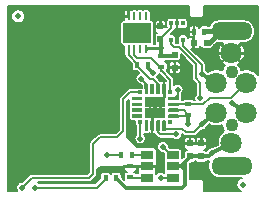
<source format=gtl>
G04 #@! TF.GenerationSoftware,KiCad,Pcbnew,(5.0.1)-4*
G04 #@! TF.CreationDate,2019-01-04T14:17:08+01:00*
G04 #@! TF.ProjectId,nk-u2f,6E6B2D7532662E6B696361645F706362,R8*
G04 #@! TF.SameCoordinates,PX6e8e008PY57c9250*
G04 #@! TF.FileFunction,Copper,L1,Top,Signal*
G04 #@! TF.FilePolarity,Positive*
%FSLAX46Y46*%
G04 Gerber Fmt 4.6, Leading zero omitted, Abs format (unit mm)*
G04 Created by KiCad (PCBNEW (5.0.1)-4) date 04.01.2019 14:17:08*
%MOMM*%
%LPD*%
G01*
G04 APERTURE LIST*
G04 #@! TA.AperFunction,SMDPad,CuDef*
%ADD10R,0.340000X0.340000*%
G04 #@! TD*
G04 #@! TA.AperFunction,Conductor*
%ADD11C,0.150000*%
G04 #@! TD*
G04 #@! TA.AperFunction,SMDPad,CuDef*
%ADD12C,0.300000*%
G04 #@! TD*
G04 #@! TA.AperFunction,SMDPad,CuDef*
%ADD13R,0.900000X0.900000*%
G04 #@! TD*
G04 #@! TA.AperFunction,SMDPad,CuDef*
%ADD14R,0.500000X0.600000*%
G04 #@! TD*
G04 #@! TA.AperFunction,ComponentPad*
%ADD15C,1.099820*%
G04 #@! TD*
G04 #@! TA.AperFunction,ComponentPad*
%ADD16O,3.500120X1.501140*%
G04 #@! TD*
G04 #@! TA.AperFunction,SMDPad,CuDef*
%ADD17R,1.060000X0.650000*%
G04 #@! TD*
G04 #@! TA.AperFunction,SMDPad,CuDef*
%ADD18R,0.250000X0.700000*%
G04 #@! TD*
G04 #@! TA.AperFunction,SMDPad,CuDef*
%ADD19R,1.190000X0.830000*%
G04 #@! TD*
G04 #@! TA.AperFunction,SMDPad,CuDef*
%ADD20R,0.300000X0.450000*%
G04 #@! TD*
G04 #@! TA.AperFunction,SMDPad,CuDef*
%ADD21R,0.400000X0.600000*%
G04 #@! TD*
G04 #@! TA.AperFunction,SMDPad,CuDef*
%ADD22R,0.600000X0.400000*%
G04 #@! TD*
G04 #@! TA.AperFunction,BGAPad,CuDef*
%ADD23C,1.800000*%
G04 #@! TD*
G04 #@! TA.AperFunction,SMDPad,CuDef*
%ADD24R,0.600000X0.500000*%
G04 #@! TD*
G04 #@! TA.AperFunction,BGAPad,CuDef*
%ADD25C,0.500000*%
G04 #@! TD*
G04 #@! TA.AperFunction,ViaPad*
%ADD26C,0.500000*%
G04 #@! TD*
G04 #@! TA.AperFunction,Conductor*
%ADD27C,0.300000*%
G04 #@! TD*
G04 #@! TA.AperFunction,Conductor*
%ADD28C,0.250000*%
G04 #@! TD*
G04 #@! TA.AperFunction,Conductor*
%ADD29C,0.200000*%
G04 #@! TD*
G04 #@! TA.AperFunction,Conductor*
%ADD30C,0.350000*%
G04 #@! TD*
G04 #@! TA.AperFunction,Conductor*
%ADD31C,0.400000*%
G04 #@! TD*
G04 APERTURE END LIST*
D10*
G04 #@! TO.P,U1,1*
G04 #@! TO.N,/Button*
X10350000Y-8950000D03*
D11*
G04 #@! TD*
G04 #@! TO.N,Net-(U1-Pad2)*
G04 #@! TO.C,U1*
G36*
X10932351Y-8800361D02*
X10939632Y-8801441D01*
X10946771Y-8803229D01*
X10953701Y-8805709D01*
X10960355Y-8808856D01*
X10966668Y-8812640D01*
X10972579Y-8817024D01*
X10978033Y-8821967D01*
X10982976Y-8827421D01*
X10987360Y-8833332D01*
X10991144Y-8839645D01*
X10994291Y-8846299D01*
X10996771Y-8853229D01*
X10998559Y-8860368D01*
X10999639Y-8867649D01*
X11000000Y-8875000D01*
X11000000Y-9625000D01*
X10999639Y-9632351D01*
X10998559Y-9639632D01*
X10996771Y-9646771D01*
X10994291Y-9653701D01*
X10991144Y-9660355D01*
X10987360Y-9666668D01*
X10982976Y-9672579D01*
X10978033Y-9678033D01*
X10972579Y-9682976D01*
X10966668Y-9687360D01*
X10960355Y-9691144D01*
X10953701Y-9694291D01*
X10946771Y-9696771D01*
X10939632Y-9698559D01*
X10932351Y-9699639D01*
X10925000Y-9700000D01*
X10775000Y-9700000D01*
X10767649Y-9699639D01*
X10760368Y-9698559D01*
X10753229Y-9696771D01*
X10746299Y-9694291D01*
X10739645Y-9691144D01*
X10733332Y-9687360D01*
X10727421Y-9682976D01*
X10721967Y-9678033D01*
X10717024Y-9672579D01*
X10712640Y-9666668D01*
X10708856Y-9660355D01*
X10705709Y-9653701D01*
X10703229Y-9646771D01*
X10701441Y-9639632D01*
X10700361Y-9632351D01*
X10700000Y-9625000D01*
X10700000Y-8875000D01*
X10700361Y-8867649D01*
X10701441Y-8860368D01*
X10703229Y-8853229D01*
X10705709Y-8846299D01*
X10708856Y-8839645D01*
X10712640Y-8833332D01*
X10717024Y-8827421D01*
X10721967Y-8821967D01*
X10727421Y-8817024D01*
X10733332Y-8812640D01*
X10739645Y-8808856D01*
X10746299Y-8805709D01*
X10753229Y-8803229D01*
X10760368Y-8801441D01*
X10767649Y-8800361D01*
X10775000Y-8800000D01*
X10925000Y-8800000D01*
X10932351Y-8800361D01*
X10932351Y-8800361D01*
G37*
D12*
G04 #@! TO.P,U1,2*
G04 #@! TO.N,Net-(U1-Pad2)*
X10850000Y-9250000D03*
D11*
G04 #@! TD*
G04 #@! TO.N,/GND*
G04 #@! TO.C,U1*
G36*
X11432351Y-8800361D02*
X11439632Y-8801441D01*
X11446771Y-8803229D01*
X11453701Y-8805709D01*
X11460355Y-8808856D01*
X11466668Y-8812640D01*
X11472579Y-8817024D01*
X11478033Y-8821967D01*
X11482976Y-8827421D01*
X11487360Y-8833332D01*
X11491144Y-8839645D01*
X11494291Y-8846299D01*
X11496771Y-8853229D01*
X11498559Y-8860368D01*
X11499639Y-8867649D01*
X11500000Y-8875000D01*
X11500000Y-9625000D01*
X11499639Y-9632351D01*
X11498559Y-9639632D01*
X11496771Y-9646771D01*
X11494291Y-9653701D01*
X11491144Y-9660355D01*
X11487360Y-9666668D01*
X11482976Y-9672579D01*
X11478033Y-9678033D01*
X11472579Y-9682976D01*
X11466668Y-9687360D01*
X11460355Y-9691144D01*
X11453701Y-9694291D01*
X11446771Y-9696771D01*
X11439632Y-9698559D01*
X11432351Y-9699639D01*
X11425000Y-9700000D01*
X11275000Y-9700000D01*
X11267649Y-9699639D01*
X11260368Y-9698559D01*
X11253229Y-9696771D01*
X11246299Y-9694291D01*
X11239645Y-9691144D01*
X11233332Y-9687360D01*
X11227421Y-9682976D01*
X11221967Y-9678033D01*
X11217024Y-9672579D01*
X11212640Y-9666668D01*
X11208856Y-9660355D01*
X11205709Y-9653701D01*
X11203229Y-9646771D01*
X11201441Y-9639632D01*
X11200361Y-9632351D01*
X11200000Y-9625000D01*
X11200000Y-8875000D01*
X11200361Y-8867649D01*
X11201441Y-8860368D01*
X11203229Y-8853229D01*
X11205709Y-8846299D01*
X11208856Y-8839645D01*
X11212640Y-8833332D01*
X11217024Y-8827421D01*
X11221967Y-8821967D01*
X11227421Y-8817024D01*
X11233332Y-8812640D01*
X11239645Y-8808856D01*
X11246299Y-8805709D01*
X11253229Y-8803229D01*
X11260368Y-8801441D01*
X11267649Y-8800361D01*
X11275000Y-8800000D01*
X11425000Y-8800000D01*
X11432351Y-8800361D01*
X11432351Y-8800361D01*
G37*
D12*
G04 #@! TO.P,U1,3*
G04 #@! TO.N,/GND*
X11350000Y-9250000D03*
D11*
G04 #@! TD*
G04 #@! TO.N,/HD+*
G04 #@! TO.C,U1*
G36*
X11932351Y-8800361D02*
X11939632Y-8801441D01*
X11946771Y-8803229D01*
X11953701Y-8805709D01*
X11960355Y-8808856D01*
X11966668Y-8812640D01*
X11972579Y-8817024D01*
X11978033Y-8821967D01*
X11982976Y-8827421D01*
X11987360Y-8833332D01*
X11991144Y-8839645D01*
X11994291Y-8846299D01*
X11996771Y-8853229D01*
X11998559Y-8860368D01*
X11999639Y-8867649D01*
X12000000Y-8875000D01*
X12000000Y-9625000D01*
X11999639Y-9632351D01*
X11998559Y-9639632D01*
X11996771Y-9646771D01*
X11994291Y-9653701D01*
X11991144Y-9660355D01*
X11987360Y-9666668D01*
X11982976Y-9672579D01*
X11978033Y-9678033D01*
X11972579Y-9682976D01*
X11966668Y-9687360D01*
X11960355Y-9691144D01*
X11953701Y-9694291D01*
X11946771Y-9696771D01*
X11939632Y-9698559D01*
X11932351Y-9699639D01*
X11925000Y-9700000D01*
X11775000Y-9700000D01*
X11767649Y-9699639D01*
X11760368Y-9698559D01*
X11753229Y-9696771D01*
X11746299Y-9694291D01*
X11739645Y-9691144D01*
X11733332Y-9687360D01*
X11727421Y-9682976D01*
X11721967Y-9678033D01*
X11717024Y-9672579D01*
X11712640Y-9666668D01*
X11708856Y-9660355D01*
X11705709Y-9653701D01*
X11703229Y-9646771D01*
X11701441Y-9639632D01*
X11700361Y-9632351D01*
X11700000Y-9625000D01*
X11700000Y-8875000D01*
X11700361Y-8867649D01*
X11701441Y-8860368D01*
X11703229Y-8853229D01*
X11705709Y-8846299D01*
X11708856Y-8839645D01*
X11712640Y-8833332D01*
X11717024Y-8827421D01*
X11721967Y-8821967D01*
X11727421Y-8817024D01*
X11733332Y-8812640D01*
X11739645Y-8808856D01*
X11746299Y-8805709D01*
X11753229Y-8803229D01*
X11760368Y-8801441D01*
X11767649Y-8800361D01*
X11775000Y-8800000D01*
X11925000Y-8800000D01*
X11932351Y-8800361D01*
X11932351Y-8800361D01*
G37*
D12*
G04 #@! TO.P,U1,4*
G04 #@! TO.N,/HD+*
X11850000Y-9250000D03*
D11*
G04 #@! TD*
G04 #@! TO.N,/HD-*
G04 #@! TO.C,U1*
G36*
X12432351Y-8800361D02*
X12439632Y-8801441D01*
X12446771Y-8803229D01*
X12453701Y-8805709D01*
X12460355Y-8808856D01*
X12466668Y-8812640D01*
X12472579Y-8817024D01*
X12478033Y-8821967D01*
X12482976Y-8827421D01*
X12487360Y-8833332D01*
X12491144Y-8839645D01*
X12494291Y-8846299D01*
X12496771Y-8853229D01*
X12498559Y-8860368D01*
X12499639Y-8867649D01*
X12500000Y-8875000D01*
X12500000Y-9625000D01*
X12499639Y-9632351D01*
X12498559Y-9639632D01*
X12496771Y-9646771D01*
X12494291Y-9653701D01*
X12491144Y-9660355D01*
X12487360Y-9666668D01*
X12482976Y-9672579D01*
X12478033Y-9678033D01*
X12472579Y-9682976D01*
X12466668Y-9687360D01*
X12460355Y-9691144D01*
X12453701Y-9694291D01*
X12446771Y-9696771D01*
X12439632Y-9698559D01*
X12432351Y-9699639D01*
X12425000Y-9700000D01*
X12275000Y-9700000D01*
X12267649Y-9699639D01*
X12260368Y-9698559D01*
X12253229Y-9696771D01*
X12246299Y-9694291D01*
X12239645Y-9691144D01*
X12233332Y-9687360D01*
X12227421Y-9682976D01*
X12221967Y-9678033D01*
X12217024Y-9672579D01*
X12212640Y-9666668D01*
X12208856Y-9660355D01*
X12205709Y-9653701D01*
X12203229Y-9646771D01*
X12201441Y-9639632D01*
X12200361Y-9632351D01*
X12200000Y-9625000D01*
X12200000Y-8875000D01*
X12200361Y-8867649D01*
X12201441Y-8860368D01*
X12203229Y-8853229D01*
X12205709Y-8846299D01*
X12208856Y-8839645D01*
X12212640Y-8833332D01*
X12217024Y-8827421D01*
X12221967Y-8821967D01*
X12227421Y-8817024D01*
X12233332Y-8812640D01*
X12239645Y-8808856D01*
X12246299Y-8805709D01*
X12253229Y-8803229D01*
X12260368Y-8801441D01*
X12267649Y-8800361D01*
X12275000Y-8800000D01*
X12425000Y-8800000D01*
X12432351Y-8800361D01*
X12432351Y-8800361D01*
G37*
D12*
G04 #@! TO.P,U1,5*
G04 #@! TO.N,/HD-*
X12350000Y-9250000D03*
D10*
G04 #@! TO.P,U1,6*
G04 #@! TO.N,Net-(U1-Pad6)*
X12850000Y-8950000D03*
D11*
G04 #@! TD*
G04 #@! TO.N,/+5V*
G04 #@! TO.C,U1*
G36*
X13532351Y-8300361D02*
X13539632Y-8301441D01*
X13546771Y-8303229D01*
X13553701Y-8305709D01*
X13560355Y-8308856D01*
X13566668Y-8312640D01*
X13572579Y-8317024D01*
X13578033Y-8321967D01*
X13582976Y-8327421D01*
X13587360Y-8333332D01*
X13591144Y-8339645D01*
X13594291Y-8346299D01*
X13596771Y-8353229D01*
X13598559Y-8360368D01*
X13599639Y-8367649D01*
X13600000Y-8375000D01*
X13600000Y-8525000D01*
X13599639Y-8532351D01*
X13598559Y-8539632D01*
X13596771Y-8546771D01*
X13594291Y-8553701D01*
X13591144Y-8560355D01*
X13587360Y-8566668D01*
X13582976Y-8572579D01*
X13578033Y-8578033D01*
X13572579Y-8582976D01*
X13566668Y-8587360D01*
X13560355Y-8591144D01*
X13553701Y-8594291D01*
X13546771Y-8596771D01*
X13539632Y-8598559D01*
X13532351Y-8599639D01*
X13525000Y-8600000D01*
X12775000Y-8600000D01*
X12767649Y-8599639D01*
X12760368Y-8598559D01*
X12753229Y-8596771D01*
X12746299Y-8594291D01*
X12739645Y-8591144D01*
X12733332Y-8587360D01*
X12727421Y-8582976D01*
X12721967Y-8578033D01*
X12717024Y-8572579D01*
X12712640Y-8566668D01*
X12708856Y-8560355D01*
X12705709Y-8553701D01*
X12703229Y-8546771D01*
X12701441Y-8539632D01*
X12700361Y-8532351D01*
X12700000Y-8525000D01*
X12700000Y-8375000D01*
X12700361Y-8367649D01*
X12701441Y-8360368D01*
X12703229Y-8353229D01*
X12705709Y-8346299D01*
X12708856Y-8339645D01*
X12712640Y-8333332D01*
X12717024Y-8327421D01*
X12721967Y-8321967D01*
X12727421Y-8317024D01*
X12733332Y-8312640D01*
X12739645Y-8308856D01*
X12746299Y-8305709D01*
X12753229Y-8303229D01*
X12760368Y-8301441D01*
X12767649Y-8300361D01*
X12775000Y-8300000D01*
X13525000Y-8300000D01*
X13532351Y-8300361D01*
X13532351Y-8300361D01*
G37*
D12*
G04 #@! TO.P,U1,7*
G04 #@! TO.N,/+5V*
X13150000Y-8450000D03*
D11*
G04 #@! TD*
G04 #@! TO.N,/+5V*
G04 #@! TO.C,U1*
G36*
X13532351Y-7800361D02*
X13539632Y-7801441D01*
X13546771Y-7803229D01*
X13553701Y-7805709D01*
X13560355Y-7808856D01*
X13566668Y-7812640D01*
X13572579Y-7817024D01*
X13578033Y-7821967D01*
X13582976Y-7827421D01*
X13587360Y-7833332D01*
X13591144Y-7839645D01*
X13594291Y-7846299D01*
X13596771Y-7853229D01*
X13598559Y-7860368D01*
X13599639Y-7867649D01*
X13600000Y-7875000D01*
X13600000Y-8025000D01*
X13599639Y-8032351D01*
X13598559Y-8039632D01*
X13596771Y-8046771D01*
X13594291Y-8053701D01*
X13591144Y-8060355D01*
X13587360Y-8066668D01*
X13582976Y-8072579D01*
X13578033Y-8078033D01*
X13572579Y-8082976D01*
X13566668Y-8087360D01*
X13560355Y-8091144D01*
X13553701Y-8094291D01*
X13546771Y-8096771D01*
X13539632Y-8098559D01*
X13532351Y-8099639D01*
X13525000Y-8100000D01*
X12775000Y-8100000D01*
X12767649Y-8099639D01*
X12760368Y-8098559D01*
X12753229Y-8096771D01*
X12746299Y-8094291D01*
X12739645Y-8091144D01*
X12733332Y-8087360D01*
X12727421Y-8082976D01*
X12721967Y-8078033D01*
X12717024Y-8072579D01*
X12712640Y-8066668D01*
X12708856Y-8060355D01*
X12705709Y-8053701D01*
X12703229Y-8046771D01*
X12701441Y-8039632D01*
X12700361Y-8032351D01*
X12700000Y-8025000D01*
X12700000Y-7875000D01*
X12700361Y-7867649D01*
X12701441Y-7860368D01*
X12703229Y-7853229D01*
X12705709Y-7846299D01*
X12708856Y-7839645D01*
X12712640Y-7833332D01*
X12717024Y-7827421D01*
X12721967Y-7821967D01*
X12727421Y-7817024D01*
X12733332Y-7812640D01*
X12739645Y-7808856D01*
X12746299Y-7805709D01*
X12753229Y-7803229D01*
X12760368Y-7801441D01*
X12767649Y-7800361D01*
X12775000Y-7800000D01*
X13525000Y-7800000D01*
X13532351Y-7800361D01*
X13532351Y-7800361D01*
G37*
D12*
G04 #@! TO.P,U1,8*
G04 #@! TO.N,/+5V*
X13150000Y-7950000D03*
D11*
G04 #@! TD*
G04 #@! TO.N,/C2CK*
G04 #@! TO.C,U1*
G36*
X13532351Y-7300361D02*
X13539632Y-7301441D01*
X13546771Y-7303229D01*
X13553701Y-7305709D01*
X13560355Y-7308856D01*
X13566668Y-7312640D01*
X13572579Y-7317024D01*
X13578033Y-7321967D01*
X13582976Y-7327421D01*
X13587360Y-7333332D01*
X13591144Y-7339645D01*
X13594291Y-7346299D01*
X13596771Y-7353229D01*
X13598559Y-7360368D01*
X13599639Y-7367649D01*
X13600000Y-7375000D01*
X13600000Y-7525000D01*
X13599639Y-7532351D01*
X13598559Y-7539632D01*
X13596771Y-7546771D01*
X13594291Y-7553701D01*
X13591144Y-7560355D01*
X13587360Y-7566668D01*
X13582976Y-7572579D01*
X13578033Y-7578033D01*
X13572579Y-7582976D01*
X13566668Y-7587360D01*
X13560355Y-7591144D01*
X13553701Y-7594291D01*
X13546771Y-7596771D01*
X13539632Y-7598559D01*
X13532351Y-7599639D01*
X13525000Y-7600000D01*
X12775000Y-7600000D01*
X12767649Y-7599639D01*
X12760368Y-7598559D01*
X12753229Y-7596771D01*
X12746299Y-7594291D01*
X12739645Y-7591144D01*
X12733332Y-7587360D01*
X12727421Y-7582976D01*
X12721967Y-7578033D01*
X12717024Y-7572579D01*
X12712640Y-7566668D01*
X12708856Y-7560355D01*
X12705709Y-7553701D01*
X12703229Y-7546771D01*
X12701441Y-7539632D01*
X12700361Y-7532351D01*
X12700000Y-7525000D01*
X12700000Y-7375000D01*
X12700361Y-7367649D01*
X12701441Y-7360368D01*
X12703229Y-7353229D01*
X12705709Y-7346299D01*
X12708856Y-7339645D01*
X12712640Y-7333332D01*
X12717024Y-7327421D01*
X12721967Y-7321967D01*
X12727421Y-7317024D01*
X12733332Y-7312640D01*
X12739645Y-7308856D01*
X12746299Y-7305709D01*
X12753229Y-7303229D01*
X12760368Y-7301441D01*
X12767649Y-7300361D01*
X12775000Y-7300000D01*
X13525000Y-7300000D01*
X13532351Y-7300361D01*
X13532351Y-7300361D01*
G37*
D12*
G04 #@! TO.P,U1,9*
G04 #@! TO.N,/C2CK*
X13150000Y-7450000D03*
D11*
G04 #@! TD*
G04 #@! TO.N,/C2D*
G04 #@! TO.C,U1*
G36*
X13532351Y-6800361D02*
X13539632Y-6801441D01*
X13546771Y-6803229D01*
X13553701Y-6805709D01*
X13560355Y-6808856D01*
X13566668Y-6812640D01*
X13572579Y-6817024D01*
X13578033Y-6821967D01*
X13582976Y-6827421D01*
X13587360Y-6833332D01*
X13591144Y-6839645D01*
X13594291Y-6846299D01*
X13596771Y-6853229D01*
X13598559Y-6860368D01*
X13599639Y-6867649D01*
X13600000Y-6875000D01*
X13600000Y-7025000D01*
X13599639Y-7032351D01*
X13598559Y-7039632D01*
X13596771Y-7046771D01*
X13594291Y-7053701D01*
X13591144Y-7060355D01*
X13587360Y-7066668D01*
X13582976Y-7072579D01*
X13578033Y-7078033D01*
X13572579Y-7082976D01*
X13566668Y-7087360D01*
X13560355Y-7091144D01*
X13553701Y-7094291D01*
X13546771Y-7096771D01*
X13539632Y-7098559D01*
X13532351Y-7099639D01*
X13525000Y-7100000D01*
X12775000Y-7100000D01*
X12767649Y-7099639D01*
X12760368Y-7098559D01*
X12753229Y-7096771D01*
X12746299Y-7094291D01*
X12739645Y-7091144D01*
X12733332Y-7087360D01*
X12727421Y-7082976D01*
X12721967Y-7078033D01*
X12717024Y-7072579D01*
X12712640Y-7066668D01*
X12708856Y-7060355D01*
X12705709Y-7053701D01*
X12703229Y-7046771D01*
X12701441Y-7039632D01*
X12700361Y-7032351D01*
X12700000Y-7025000D01*
X12700000Y-6875000D01*
X12700361Y-6867649D01*
X12701441Y-6860368D01*
X12703229Y-6853229D01*
X12705709Y-6846299D01*
X12708856Y-6839645D01*
X12712640Y-6833332D01*
X12717024Y-6827421D01*
X12721967Y-6821967D01*
X12727421Y-6817024D01*
X12733332Y-6812640D01*
X12739645Y-6808856D01*
X12746299Y-6805709D01*
X12753229Y-6803229D01*
X12760368Y-6801441D01*
X12767649Y-6800361D01*
X12775000Y-6800000D01*
X13525000Y-6800000D01*
X13532351Y-6800361D01*
X13532351Y-6800361D01*
G37*
D12*
G04 #@! TO.P,U1,10*
G04 #@! TO.N,/C2D*
X13150000Y-6950000D03*
D10*
G04 #@! TO.P,U1,11*
G04 #@! TO.N,/SCL*
X12850000Y-6450000D03*
D11*
G04 #@! TD*
G04 #@! TO.N,/GND*
G04 #@! TO.C,U1*
G36*
X12432351Y-5700361D02*
X12439632Y-5701441D01*
X12446771Y-5703229D01*
X12453701Y-5705709D01*
X12460355Y-5708856D01*
X12466668Y-5712640D01*
X12472579Y-5717024D01*
X12478033Y-5721967D01*
X12482976Y-5727421D01*
X12487360Y-5733332D01*
X12491144Y-5739645D01*
X12494291Y-5746299D01*
X12496771Y-5753229D01*
X12498559Y-5760368D01*
X12499639Y-5767649D01*
X12500000Y-5775000D01*
X12500000Y-6525000D01*
X12499639Y-6532351D01*
X12498559Y-6539632D01*
X12496771Y-6546771D01*
X12494291Y-6553701D01*
X12491144Y-6560355D01*
X12487360Y-6566668D01*
X12482976Y-6572579D01*
X12478033Y-6578033D01*
X12472579Y-6582976D01*
X12466668Y-6587360D01*
X12460355Y-6591144D01*
X12453701Y-6594291D01*
X12446771Y-6596771D01*
X12439632Y-6598559D01*
X12432351Y-6599639D01*
X12425000Y-6600000D01*
X12275000Y-6600000D01*
X12267649Y-6599639D01*
X12260368Y-6598559D01*
X12253229Y-6596771D01*
X12246299Y-6594291D01*
X12239645Y-6591144D01*
X12233332Y-6587360D01*
X12227421Y-6582976D01*
X12221967Y-6578033D01*
X12217024Y-6572579D01*
X12212640Y-6566668D01*
X12208856Y-6560355D01*
X12205709Y-6553701D01*
X12203229Y-6546771D01*
X12201441Y-6539632D01*
X12200361Y-6532351D01*
X12200000Y-6525000D01*
X12200000Y-5775000D01*
X12200361Y-5767649D01*
X12201441Y-5760368D01*
X12203229Y-5753229D01*
X12205709Y-5746299D01*
X12208856Y-5739645D01*
X12212640Y-5733332D01*
X12217024Y-5727421D01*
X12221967Y-5721967D01*
X12227421Y-5717024D01*
X12233332Y-5712640D01*
X12239645Y-5708856D01*
X12246299Y-5705709D01*
X12253229Y-5703229D01*
X12260368Y-5701441D01*
X12267649Y-5700361D01*
X12275000Y-5700000D01*
X12425000Y-5700000D01*
X12432351Y-5700361D01*
X12432351Y-5700361D01*
G37*
D12*
G04 #@! TO.P,U1,12*
G04 #@! TO.N,/GND*
X12350000Y-6150000D03*
D11*
G04 #@! TD*
G04 #@! TO.N,/SDA*
G04 #@! TO.C,U1*
G36*
X11932351Y-5700361D02*
X11939632Y-5701441D01*
X11946771Y-5703229D01*
X11953701Y-5705709D01*
X11960355Y-5708856D01*
X11966668Y-5712640D01*
X11972579Y-5717024D01*
X11978033Y-5721967D01*
X11982976Y-5727421D01*
X11987360Y-5733332D01*
X11991144Y-5739645D01*
X11994291Y-5746299D01*
X11996771Y-5753229D01*
X11998559Y-5760368D01*
X11999639Y-5767649D01*
X12000000Y-5775000D01*
X12000000Y-6525000D01*
X11999639Y-6532351D01*
X11998559Y-6539632D01*
X11996771Y-6546771D01*
X11994291Y-6553701D01*
X11991144Y-6560355D01*
X11987360Y-6566668D01*
X11982976Y-6572579D01*
X11978033Y-6578033D01*
X11972579Y-6582976D01*
X11966668Y-6587360D01*
X11960355Y-6591144D01*
X11953701Y-6594291D01*
X11946771Y-6596771D01*
X11939632Y-6598559D01*
X11932351Y-6599639D01*
X11925000Y-6600000D01*
X11775000Y-6600000D01*
X11767649Y-6599639D01*
X11760368Y-6598559D01*
X11753229Y-6596771D01*
X11746299Y-6594291D01*
X11739645Y-6591144D01*
X11733332Y-6587360D01*
X11727421Y-6582976D01*
X11721967Y-6578033D01*
X11717024Y-6572579D01*
X11712640Y-6566668D01*
X11708856Y-6560355D01*
X11705709Y-6553701D01*
X11703229Y-6546771D01*
X11701441Y-6539632D01*
X11700361Y-6532351D01*
X11700000Y-6525000D01*
X11700000Y-5775000D01*
X11700361Y-5767649D01*
X11701441Y-5760368D01*
X11703229Y-5753229D01*
X11705709Y-5746299D01*
X11708856Y-5739645D01*
X11712640Y-5733332D01*
X11717024Y-5727421D01*
X11721967Y-5721967D01*
X11727421Y-5717024D01*
X11733332Y-5712640D01*
X11739645Y-5708856D01*
X11746299Y-5705709D01*
X11753229Y-5703229D01*
X11760368Y-5701441D01*
X11767649Y-5700361D01*
X11775000Y-5700000D01*
X11925000Y-5700000D01*
X11932351Y-5700361D01*
X11932351Y-5700361D01*
G37*
D12*
G04 #@! TO.P,U1,13*
G04 #@! TO.N,/SDA*
X11850000Y-6150000D03*
D11*
G04 #@! TD*
G04 #@! TO.N,Net-(U1-Pad14)*
G04 #@! TO.C,U1*
G36*
X11432351Y-5700361D02*
X11439632Y-5701441D01*
X11446771Y-5703229D01*
X11453701Y-5705709D01*
X11460355Y-5708856D01*
X11466668Y-5712640D01*
X11472579Y-5717024D01*
X11478033Y-5721967D01*
X11482976Y-5727421D01*
X11487360Y-5733332D01*
X11491144Y-5739645D01*
X11494291Y-5746299D01*
X11496771Y-5753229D01*
X11498559Y-5760368D01*
X11499639Y-5767649D01*
X11500000Y-5775000D01*
X11500000Y-6525000D01*
X11499639Y-6532351D01*
X11498559Y-6539632D01*
X11496771Y-6546771D01*
X11494291Y-6553701D01*
X11491144Y-6560355D01*
X11487360Y-6566668D01*
X11482976Y-6572579D01*
X11478033Y-6578033D01*
X11472579Y-6582976D01*
X11466668Y-6587360D01*
X11460355Y-6591144D01*
X11453701Y-6594291D01*
X11446771Y-6596771D01*
X11439632Y-6598559D01*
X11432351Y-6599639D01*
X11425000Y-6600000D01*
X11275000Y-6600000D01*
X11267649Y-6599639D01*
X11260368Y-6598559D01*
X11253229Y-6596771D01*
X11246299Y-6594291D01*
X11239645Y-6591144D01*
X11233332Y-6587360D01*
X11227421Y-6582976D01*
X11221967Y-6578033D01*
X11217024Y-6572579D01*
X11212640Y-6566668D01*
X11208856Y-6560355D01*
X11205709Y-6553701D01*
X11203229Y-6546771D01*
X11201441Y-6539632D01*
X11200361Y-6532351D01*
X11200000Y-6525000D01*
X11200000Y-5775000D01*
X11200361Y-5767649D01*
X11201441Y-5760368D01*
X11203229Y-5753229D01*
X11205709Y-5746299D01*
X11208856Y-5739645D01*
X11212640Y-5733332D01*
X11217024Y-5727421D01*
X11221967Y-5721967D01*
X11227421Y-5717024D01*
X11233332Y-5712640D01*
X11239645Y-5708856D01*
X11246299Y-5705709D01*
X11253229Y-5703229D01*
X11260368Y-5701441D01*
X11267649Y-5700361D01*
X11275000Y-5700000D01*
X11425000Y-5700000D01*
X11432351Y-5700361D01*
X11432351Y-5700361D01*
G37*
D12*
G04 #@! TO.P,U1,14*
G04 #@! TO.N,Net-(U1-Pad14)*
X11350000Y-6150000D03*
D11*
G04 #@! TD*
G04 #@! TO.N,/Button_reset*
G04 #@! TO.C,U1*
G36*
X10932351Y-5700361D02*
X10939632Y-5701441D01*
X10946771Y-5703229D01*
X10953701Y-5705709D01*
X10960355Y-5708856D01*
X10966668Y-5712640D01*
X10972579Y-5717024D01*
X10978033Y-5721967D01*
X10982976Y-5727421D01*
X10987360Y-5733332D01*
X10991144Y-5739645D01*
X10994291Y-5746299D01*
X10996771Y-5753229D01*
X10998559Y-5760368D01*
X10999639Y-5767649D01*
X11000000Y-5775000D01*
X11000000Y-6525000D01*
X10999639Y-6532351D01*
X10998559Y-6539632D01*
X10996771Y-6546771D01*
X10994291Y-6553701D01*
X10991144Y-6560355D01*
X10987360Y-6566668D01*
X10982976Y-6572579D01*
X10978033Y-6578033D01*
X10972579Y-6582976D01*
X10966668Y-6587360D01*
X10960355Y-6591144D01*
X10953701Y-6594291D01*
X10946771Y-6596771D01*
X10939632Y-6598559D01*
X10932351Y-6599639D01*
X10925000Y-6600000D01*
X10775000Y-6600000D01*
X10767649Y-6599639D01*
X10760368Y-6598559D01*
X10753229Y-6596771D01*
X10746299Y-6594291D01*
X10739645Y-6591144D01*
X10733332Y-6587360D01*
X10727421Y-6582976D01*
X10721967Y-6578033D01*
X10717024Y-6572579D01*
X10712640Y-6566668D01*
X10708856Y-6560355D01*
X10705709Y-6553701D01*
X10703229Y-6546771D01*
X10701441Y-6539632D01*
X10700361Y-6532351D01*
X10700000Y-6525000D01*
X10700000Y-5775000D01*
X10700361Y-5767649D01*
X10701441Y-5760368D01*
X10703229Y-5753229D01*
X10705709Y-5746299D01*
X10708856Y-5739645D01*
X10712640Y-5733332D01*
X10717024Y-5727421D01*
X10721967Y-5721967D01*
X10727421Y-5717024D01*
X10733332Y-5712640D01*
X10739645Y-5708856D01*
X10746299Y-5705709D01*
X10753229Y-5703229D01*
X10760368Y-5701441D01*
X10767649Y-5700361D01*
X10775000Y-5700000D01*
X10925000Y-5700000D01*
X10932351Y-5700361D01*
X10932351Y-5700361D01*
G37*
D12*
G04 #@! TO.P,U1,15*
G04 #@! TO.N,/Button_reset*
X10850000Y-6150000D03*
D10*
G04 #@! TO.P,U1,16*
G04 #@! TO.N,/LED*
X10350000Y-6450000D03*
D11*
G04 #@! TD*
G04 #@! TO.N,Net-(U1-Pad17)*
G04 #@! TO.C,U1*
G36*
X10432351Y-6800361D02*
X10439632Y-6801441D01*
X10446771Y-6803229D01*
X10453701Y-6805709D01*
X10460355Y-6808856D01*
X10466668Y-6812640D01*
X10472579Y-6817024D01*
X10478033Y-6821967D01*
X10482976Y-6827421D01*
X10487360Y-6833332D01*
X10491144Y-6839645D01*
X10494291Y-6846299D01*
X10496771Y-6853229D01*
X10498559Y-6860368D01*
X10499639Y-6867649D01*
X10500000Y-6875000D01*
X10500000Y-7025000D01*
X10499639Y-7032351D01*
X10498559Y-7039632D01*
X10496771Y-7046771D01*
X10494291Y-7053701D01*
X10491144Y-7060355D01*
X10487360Y-7066668D01*
X10482976Y-7072579D01*
X10478033Y-7078033D01*
X10472579Y-7082976D01*
X10466668Y-7087360D01*
X10460355Y-7091144D01*
X10453701Y-7094291D01*
X10446771Y-7096771D01*
X10439632Y-7098559D01*
X10432351Y-7099639D01*
X10425000Y-7100000D01*
X9675000Y-7100000D01*
X9667649Y-7099639D01*
X9660368Y-7098559D01*
X9653229Y-7096771D01*
X9646299Y-7094291D01*
X9639645Y-7091144D01*
X9633332Y-7087360D01*
X9627421Y-7082976D01*
X9621967Y-7078033D01*
X9617024Y-7072579D01*
X9612640Y-7066668D01*
X9608856Y-7060355D01*
X9605709Y-7053701D01*
X9603229Y-7046771D01*
X9601441Y-7039632D01*
X9600361Y-7032351D01*
X9600000Y-7025000D01*
X9600000Y-6875000D01*
X9600361Y-6867649D01*
X9601441Y-6860368D01*
X9603229Y-6853229D01*
X9605709Y-6846299D01*
X9608856Y-6839645D01*
X9612640Y-6833332D01*
X9617024Y-6827421D01*
X9621967Y-6821967D01*
X9627421Y-6817024D01*
X9633332Y-6812640D01*
X9639645Y-6808856D01*
X9646299Y-6805709D01*
X9653229Y-6803229D01*
X9660368Y-6801441D01*
X9667649Y-6800361D01*
X9675000Y-6800000D01*
X10425000Y-6800000D01*
X10432351Y-6800361D01*
X10432351Y-6800361D01*
G37*
D12*
G04 #@! TO.P,U1,17*
G04 #@! TO.N,Net-(U1-Pad17)*
X10050000Y-6950000D03*
D11*
G04 #@! TD*
G04 #@! TO.N,Net-(U1-Pad18)*
G04 #@! TO.C,U1*
G36*
X10432351Y-7300361D02*
X10439632Y-7301441D01*
X10446771Y-7303229D01*
X10453701Y-7305709D01*
X10460355Y-7308856D01*
X10466668Y-7312640D01*
X10472579Y-7317024D01*
X10478033Y-7321967D01*
X10482976Y-7327421D01*
X10487360Y-7333332D01*
X10491144Y-7339645D01*
X10494291Y-7346299D01*
X10496771Y-7353229D01*
X10498559Y-7360368D01*
X10499639Y-7367649D01*
X10500000Y-7375000D01*
X10500000Y-7525000D01*
X10499639Y-7532351D01*
X10498559Y-7539632D01*
X10496771Y-7546771D01*
X10494291Y-7553701D01*
X10491144Y-7560355D01*
X10487360Y-7566668D01*
X10482976Y-7572579D01*
X10478033Y-7578033D01*
X10472579Y-7582976D01*
X10466668Y-7587360D01*
X10460355Y-7591144D01*
X10453701Y-7594291D01*
X10446771Y-7596771D01*
X10439632Y-7598559D01*
X10432351Y-7599639D01*
X10425000Y-7600000D01*
X9675000Y-7600000D01*
X9667649Y-7599639D01*
X9660368Y-7598559D01*
X9653229Y-7596771D01*
X9646299Y-7594291D01*
X9639645Y-7591144D01*
X9633332Y-7587360D01*
X9627421Y-7582976D01*
X9621967Y-7578033D01*
X9617024Y-7572579D01*
X9612640Y-7566668D01*
X9608856Y-7560355D01*
X9605709Y-7553701D01*
X9603229Y-7546771D01*
X9601441Y-7539632D01*
X9600361Y-7532351D01*
X9600000Y-7525000D01*
X9600000Y-7375000D01*
X9600361Y-7367649D01*
X9601441Y-7360368D01*
X9603229Y-7353229D01*
X9605709Y-7346299D01*
X9608856Y-7339645D01*
X9612640Y-7333332D01*
X9617024Y-7327421D01*
X9621967Y-7321967D01*
X9627421Y-7317024D01*
X9633332Y-7312640D01*
X9639645Y-7308856D01*
X9646299Y-7305709D01*
X9653229Y-7303229D01*
X9660368Y-7301441D01*
X9667649Y-7300361D01*
X9675000Y-7300000D01*
X10425000Y-7300000D01*
X10432351Y-7300361D01*
X10432351Y-7300361D01*
G37*
D12*
G04 #@! TO.P,U1,18*
G04 #@! TO.N,Net-(U1-Pad18)*
X10050000Y-7450000D03*
D11*
G04 #@! TD*
G04 #@! TO.N,Net-(U1-Pad19)*
G04 #@! TO.C,U1*
G36*
X10432351Y-7800361D02*
X10439632Y-7801441D01*
X10446771Y-7803229D01*
X10453701Y-7805709D01*
X10460355Y-7808856D01*
X10466668Y-7812640D01*
X10472579Y-7817024D01*
X10478033Y-7821967D01*
X10482976Y-7827421D01*
X10487360Y-7833332D01*
X10491144Y-7839645D01*
X10494291Y-7846299D01*
X10496771Y-7853229D01*
X10498559Y-7860368D01*
X10499639Y-7867649D01*
X10500000Y-7875000D01*
X10500000Y-8025000D01*
X10499639Y-8032351D01*
X10498559Y-8039632D01*
X10496771Y-8046771D01*
X10494291Y-8053701D01*
X10491144Y-8060355D01*
X10487360Y-8066668D01*
X10482976Y-8072579D01*
X10478033Y-8078033D01*
X10472579Y-8082976D01*
X10466668Y-8087360D01*
X10460355Y-8091144D01*
X10453701Y-8094291D01*
X10446771Y-8096771D01*
X10439632Y-8098559D01*
X10432351Y-8099639D01*
X10425000Y-8100000D01*
X9675000Y-8100000D01*
X9667649Y-8099639D01*
X9660368Y-8098559D01*
X9653229Y-8096771D01*
X9646299Y-8094291D01*
X9639645Y-8091144D01*
X9633332Y-8087360D01*
X9627421Y-8082976D01*
X9621967Y-8078033D01*
X9617024Y-8072579D01*
X9612640Y-8066668D01*
X9608856Y-8060355D01*
X9605709Y-8053701D01*
X9603229Y-8046771D01*
X9601441Y-8039632D01*
X9600361Y-8032351D01*
X9600000Y-8025000D01*
X9600000Y-7875000D01*
X9600361Y-7867649D01*
X9601441Y-7860368D01*
X9603229Y-7853229D01*
X9605709Y-7846299D01*
X9608856Y-7839645D01*
X9612640Y-7833332D01*
X9617024Y-7827421D01*
X9621967Y-7821967D01*
X9627421Y-7817024D01*
X9633332Y-7812640D01*
X9639645Y-7808856D01*
X9646299Y-7805709D01*
X9653229Y-7803229D01*
X9660368Y-7801441D01*
X9667649Y-7800361D01*
X9675000Y-7800000D01*
X10425000Y-7800000D01*
X10432351Y-7800361D01*
X10432351Y-7800361D01*
G37*
D12*
G04 #@! TO.P,U1,19*
G04 #@! TO.N,Net-(U1-Pad19)*
X10050000Y-7950000D03*
D11*
G04 #@! TD*
G04 #@! TO.N,Net-(U1-Pad20)*
G04 #@! TO.C,U1*
G36*
X10432351Y-8300361D02*
X10439632Y-8301441D01*
X10446771Y-8303229D01*
X10453701Y-8305709D01*
X10460355Y-8308856D01*
X10466668Y-8312640D01*
X10472579Y-8317024D01*
X10478033Y-8321967D01*
X10482976Y-8327421D01*
X10487360Y-8333332D01*
X10491144Y-8339645D01*
X10494291Y-8346299D01*
X10496771Y-8353229D01*
X10498559Y-8360368D01*
X10499639Y-8367649D01*
X10500000Y-8375000D01*
X10500000Y-8525000D01*
X10499639Y-8532351D01*
X10498559Y-8539632D01*
X10496771Y-8546771D01*
X10494291Y-8553701D01*
X10491144Y-8560355D01*
X10487360Y-8566668D01*
X10482976Y-8572579D01*
X10478033Y-8578033D01*
X10472579Y-8582976D01*
X10466668Y-8587360D01*
X10460355Y-8591144D01*
X10453701Y-8594291D01*
X10446771Y-8596771D01*
X10439632Y-8598559D01*
X10432351Y-8599639D01*
X10425000Y-8600000D01*
X9675000Y-8600000D01*
X9667649Y-8599639D01*
X9660368Y-8598559D01*
X9653229Y-8596771D01*
X9646299Y-8594291D01*
X9639645Y-8591144D01*
X9633332Y-8587360D01*
X9627421Y-8582976D01*
X9621967Y-8578033D01*
X9617024Y-8572579D01*
X9612640Y-8566668D01*
X9608856Y-8560355D01*
X9605709Y-8553701D01*
X9603229Y-8546771D01*
X9601441Y-8539632D01*
X9600361Y-8532351D01*
X9600000Y-8525000D01*
X9600000Y-8375000D01*
X9600361Y-8367649D01*
X9601441Y-8360368D01*
X9603229Y-8353229D01*
X9605709Y-8346299D01*
X9608856Y-8339645D01*
X9612640Y-8333332D01*
X9617024Y-8327421D01*
X9621967Y-8321967D01*
X9627421Y-8317024D01*
X9633332Y-8312640D01*
X9639645Y-8308856D01*
X9646299Y-8305709D01*
X9653229Y-8303229D01*
X9660368Y-8301441D01*
X9667649Y-8300361D01*
X9675000Y-8300000D01*
X10425000Y-8300000D01*
X10432351Y-8300361D01*
X10432351Y-8300361D01*
G37*
D12*
G04 #@! TO.P,U1,20*
G04 #@! TO.N,Net-(U1-Pad20)*
X10050000Y-8450000D03*
D13*
G04 #@! TO.P,U1,21*
G04 #@! TO.N,/GND*
X11150000Y-7250000D03*
X11150000Y-8150000D03*
X12050000Y-8150000D03*
X12050000Y-7250000D03*
G04 #@! TD*
D14*
G04 #@! TO.P,C3,1*
G04 #@! TO.N,/+5V*
X15500000Y-11850000D03*
G04 #@! TO.P,C3,2*
G04 #@! TO.N,/GND*
X15500000Y-10750000D03*
G04 #@! TD*
D15*
G04 #@! TO.P,J1,8*
G04 #@! TO.N,N/C*
X18074600Y-4712050D03*
G04 #@! TO.P,J1,7*
X18074600Y-9212930D03*
D16*
G04 #@! TO.P,J1,6*
G04 #@! TO.N,Net-(C5-Pad1)*
X18074600Y-12662250D03*
G04 #@! TO.P,J1,5*
X18074600Y-1262730D03*
G04 #@! TD*
D17*
G04 #@! TO.P,U2,1*
G04 #@! TO.N,Net-(R1-Pad2)*
X10900000Y-11750000D03*
G04 #@! TO.P,U2,2*
G04 #@! TO.N,/GND*
X10900000Y-12700000D03*
G04 #@! TO.P,U2,3*
G04 #@! TO.N,Net-(R2-Pad2)*
X10900000Y-13650000D03*
G04 #@! TO.P,U2,4*
G04 #@! TO.N,/Button*
X13100000Y-13650000D03*
G04 #@! TO.P,U2,6*
G04 #@! TO.N,/Button_reset*
X13100000Y-11750000D03*
G04 #@! TO.P,U2,5*
G04 #@! TO.N,/+5V*
X13100000Y-12700000D03*
G04 #@! TD*
D18*
G04 #@! TO.P,U4,1*
G04 #@! TO.N,Net-(U4-Pad1)*
X10850000Y0D03*
G04 #@! TO.P,U4,2*
G04 #@! TO.N,Net-(U4-Pad2)*
X10350000Y0D03*
G04 #@! TO.P,U4,3*
G04 #@! TO.N,Net-(U4-Pad3)*
X9850000Y0D03*
G04 #@! TO.P,U4,4*
G04 #@! TO.N,/GND*
X9350000Y0D03*
G04 #@! TO.P,U4,5*
G04 #@! TO.N,/SDA*
X9350000Y-2800000D03*
G04 #@! TO.P,U4,6*
G04 #@! TO.N,/SCL*
X9850000Y-2800000D03*
G04 #@! TO.P,U4,7*
G04 #@! TO.N,Net-(U4-Pad7)*
X10350000Y-2800000D03*
G04 #@! TO.P,U4,8*
G04 #@! TO.N,/+5V*
X10850000Y-2800000D03*
D19*
G04 #@! TO.P,U4,9*
G04 #@! TO.N,N/C*
X9505000Y-1815000D03*
X10695000Y-1815000D03*
X9505000Y-985000D03*
X10695000Y-985000D03*
G04 #@! TD*
D14*
G04 #@! TO.P,C2,1*
G04 #@! TO.N,/+5V*
X14544200Y-11850000D03*
G04 #@! TO.P,C2,2*
G04 #@! TO.N,/GND*
X14544200Y-10750000D03*
G04 #@! TD*
D20*
G04 #@! TO.P,U3,1*
G04 #@! TO.N,Net-(U3-Pad1)*
X13954200Y-600000D03*
G04 #@! TO.P,U3,3*
G04 #@! TO.N,/+5V*
X12954200Y-600000D03*
G04 #@! TO.P,U3,5*
G04 #@! TO.N,/HD+*
X13954200Y-2000000D03*
G04 #@! TO.P,U3,2*
G04 #@! TO.N,/GND*
X13454200Y-600000D03*
G04 #@! TO.P,U3,4*
G04 #@! TO.N,/HD-*
X12954200Y-2000000D03*
G04 #@! TD*
D21*
G04 #@! TO.P,R1,1*
G04 #@! TO.N,Net-(P1-Pad1)*
X8704200Y-11700000D03*
G04 #@! TO.P,R1,2*
G04 #@! TO.N,Net-(R1-Pad2)*
X9604200Y-11700000D03*
G04 #@! TD*
D22*
G04 #@! TO.P,R2,1*
G04 #@! TO.N,/GND*
X9500000Y-12700000D03*
G04 #@! TO.P,R2,2*
G04 #@! TO.N,Net-(R2-Pad2)*
X9500000Y-13600000D03*
G04 #@! TD*
D21*
G04 #@! TO.P,R3,1*
G04 #@! TO.N,Net-(D1-Pad2)*
X7404200Y-13700000D03*
G04 #@! TO.P,R3,2*
G04 #@! TO.N,/+5V*
X8304200Y-13700000D03*
G04 #@! TD*
D22*
G04 #@! TO.P,R4,1*
G04 #@! TO.N,/+5V*
X14404200Y-8350000D03*
G04 #@! TO.P,R4,2*
G04 #@! TO.N,/C2CK*
X14404200Y-7450000D03*
G04 #@! TD*
D21*
G04 #@! TO.P,R5,1*
G04 #@! TO.N,/+5V*
X10954200Y-4100000D03*
G04 #@! TO.P,R5,2*
G04 #@! TO.N,/SDA*
X10054200Y-4100000D03*
G04 #@! TD*
D22*
G04 #@! TO.P,R7,1*
G04 #@! TO.N,/+5V*
X12100000Y-3350000D03*
G04 #@! TO.P,R7,2*
G04 #@! TO.N,/SCL*
X12100000Y-4250000D03*
G04 #@! TD*
D14*
G04 #@! TO.P,C4,1*
G04 #@! TO.N,/+5V*
X13254200Y-3250000D03*
G04 #@! TO.P,C4,2*
G04 #@! TO.N,/GND*
X13254200Y-4350000D03*
G04 #@! TD*
G04 #@! TO.P,C1,1*
G04 #@! TO.N,/+5V*
X12050000Y-1950000D03*
G04 #@! TO.P,C1,2*
G04 #@! TO.N,/GND*
X12050000Y-850000D03*
G04 #@! TD*
D23*
G04 #@! TO.P,TP1,1*
G04 #@! TO.N,/GND*
X18045000Y-3080000D03*
G04 #@! TD*
G04 #@! TO.P,TP5,1*
G04 #@! TO.N,/C2CK*
X19315000Y-5620000D03*
G04 #@! TD*
G04 #@! TO.P,TP2,1*
G04 #@! TO.N,/HD+*
X16775000Y-5620000D03*
G04 #@! TD*
G04 #@! TO.P,TP3,1*
G04 #@! TO.N,/HD-*
X16775000Y-8160000D03*
G04 #@! TD*
G04 #@! TO.P,TP6,1*
G04 #@! TO.N,/C2D*
X19315000Y-8160000D03*
G04 #@! TD*
G04 #@! TO.P,TP4,1*
G04 #@! TO.N,/+5V*
X18045000Y-10700000D03*
G04 #@! TD*
D24*
G04 #@! TO.P,C5,2*
G04 #@! TO.N,/GND*
X14870400Y-2234900D03*
G04 #@! TO.P,C5,1*
G04 #@! TO.N,Net-(C5-Pad1)*
X15970400Y-2234900D03*
G04 #@! TD*
D21*
G04 #@! TO.P,R6,2*
G04 #@! TO.N,/GND*
X14874200Y-1320000D03*
G04 #@! TO.P,R6,1*
G04 #@! TO.N,Net-(C5-Pad1)*
X15774200Y-1320000D03*
G04 #@! TD*
D25*
G04 #@! TO.P,REF\002A\002A,~*
G04 #@! TO.N,N/C*
X0Y0D03*
G04 #@! TD*
G04 #@! TO.P,REF\002A\002A,~*
G04 #@! TO.N,N/C*
X19075000Y-14250000D03*
G04 #@! TD*
D26*
G04 #@! TO.N,/+5V*
X11404200Y-4800000D03*
X16375000Y-11600000D03*
X12054200Y-2700000D03*
X14404200Y-9100000D03*
G04 #@! TO.N,/C2D*
X13504200Y-6200000D03*
X18104192Y-7350000D03*
G04 #@! TO.N,/HD+*
X15575000Y-4900010D03*
X13404200Y-10000000D03*
G04 #@! TO.N,/HD-*
X15410210Y-6950000D03*
X15554214Y-9124998D03*
G04 #@! TO.N,/Button*
X12054182Y-13650000D03*
X10340000Y-10349996D03*
G04 #@! TO.N,Net-(P1-Pad1)*
X7550000Y-11700000D03*
G04 #@! TO.N,Net-(D1-Pad2)*
X1441600Y-14500000D03*
G04 #@! TO.N,/LED*
X341600Y-14500000D03*
G04 #@! TO.N,/GND*
X16854200Y-2500000D03*
X11200000Y-10200000D03*
X14091760Y-4049988D03*
X11654200Y100000D03*
X15054200Y-500000D03*
X12104200Y-5300000D03*
X17054200Y-9600000D03*
X14204200Y-6200000D03*
X9884200Y-5840000D03*
X12010000Y-12700000D03*
X15200000Y-12950000D03*
G04 #@! TO.N,/Button_reset*
X10434200Y-5280000D03*
X12254218Y-11050022D03*
G04 #@! TD*
D27*
G04 #@! TO.N,/+5V*
X14154200Y-12350000D02*
X14154200Y-13650000D01*
D11*
X12000000Y-1950000D02*
X12000000Y-1900000D01*
X12000000Y-3250000D02*
X12100000Y-3350000D01*
D27*
X12054200Y-1950000D02*
X12054200Y-2700000D01*
D11*
X14500000Y-11680000D02*
X14500000Y-11650000D01*
D27*
X14630000Y-11850000D02*
X15500000Y-11850000D01*
X13780000Y-12700000D02*
X14630000Y-11850000D01*
D11*
X13654200Y-12700000D02*
X13780000Y-12700000D01*
D27*
X13100000Y-12700000D02*
X13654200Y-12700000D01*
D11*
X8350000Y-13795800D02*
X8350000Y-13700000D01*
X13154200Y-3350000D02*
X13254200Y-3250000D01*
D27*
X12100000Y-3350000D02*
X13154200Y-3350000D01*
X12054200Y-2700000D02*
X12054200Y-3250000D01*
X16375000Y-11600000D02*
X18045000Y-10700000D01*
X15500000Y-11850000D02*
X16125000Y-11850000D01*
X16125000Y-11850000D02*
X16375000Y-11600000D01*
D28*
X10950000Y-2700000D02*
X10850000Y-2800000D01*
D27*
X9104200Y-14550000D02*
X8350000Y-13795800D01*
X13904200Y-14550000D02*
X9104200Y-14550000D01*
X14154200Y-14300000D02*
X13904200Y-14550000D01*
X14154200Y-13000000D02*
X14154200Y-14300000D01*
X13654200Y-12700000D02*
X13854200Y-12700000D01*
X13854200Y-12700000D02*
X14154200Y-13000000D01*
D11*
X11704200Y-2700000D02*
X12054200Y-2700000D01*
D28*
X11704200Y-2700000D02*
X10950000Y-2700000D01*
X11854200Y-2700000D02*
X11704200Y-2700000D01*
D29*
X12954200Y-975000D02*
X12954200Y-600000D01*
D11*
X12954200Y-995800D02*
X12954200Y-975000D01*
D29*
X12050000Y-1900000D02*
X12954200Y-995800D01*
D11*
X12050000Y-1950000D02*
X12050000Y-1900000D01*
D29*
X13150000Y-8450000D02*
X14304200Y-8450000D01*
X14004200Y-7950000D02*
X14404200Y-8350000D01*
X13150000Y-7950000D02*
X14004200Y-7950000D01*
D30*
X14404200Y-8350000D02*
X14404200Y-8999916D01*
D27*
X10954200Y-4350000D02*
X10954200Y-4100000D01*
X11404200Y-4800000D02*
X10954200Y-4350000D01*
D29*
G04 #@! TO.N,/C2CK*
X13150000Y-7450000D02*
X14404200Y-7450000D01*
D11*
X14404200Y-7450000D02*
X14504200Y-7450000D01*
X15654200Y-7450000D02*
X14404200Y-7450000D01*
X16229202Y-6874998D02*
X15654200Y-7450000D01*
X19315000Y-5620000D02*
X18060002Y-6874998D01*
X18060002Y-6874998D02*
X16229202Y-6874998D01*
D29*
G04 #@! TO.N,/C2D*
X13504200Y-6900000D02*
X13504200Y-6400000D01*
D11*
X12935000Y-6935000D02*
X13110002Y-6935000D01*
D27*
X19315000Y-8160000D02*
X18104192Y-7350000D01*
D29*
X13504200Y-6700000D02*
X13504200Y-6200000D01*
X13110002Y-6935000D02*
X13269200Y-6935000D01*
X13269200Y-6935000D02*
X13504200Y-6700000D01*
D11*
G04 #@! TO.N,/HD+*
X16319990Y-5620000D02*
X16775000Y-5620000D01*
D27*
X16775000Y-5620000D02*
X15575000Y-4900010D01*
D11*
X13954200Y-2475000D02*
X13954200Y-2000000D01*
X15575000Y-4900010D02*
X15575000Y-4095800D01*
X15575000Y-4095800D02*
X13954200Y-2475000D01*
D29*
X13050647Y-10000000D02*
X13404200Y-10000000D01*
X12044200Y-10000000D02*
X13050647Y-10000000D01*
X11865000Y-9055000D02*
X11865000Y-9820800D01*
X11865000Y-9820800D02*
X12044200Y-10000000D01*
D11*
G04 #@! TO.N,/HD-*
X16660000Y-8160000D02*
X16775000Y-8160000D01*
D27*
X16775000Y-8160000D02*
X15554214Y-9124998D01*
D11*
X12335000Y-9055000D02*
X12335000Y-9528013D01*
D29*
X12335000Y-9528013D02*
X12363015Y-9499998D01*
X12363015Y-9499998D02*
X13629187Y-9499998D01*
X13629187Y-9499998D02*
X13904198Y-9499998D01*
X13904198Y-9499998D02*
X14204200Y-9800000D01*
X14879212Y-9800000D02*
X15554214Y-9124998D01*
X14204200Y-9800000D02*
X14879212Y-9800000D01*
D11*
X15410210Y-5610210D02*
X15410210Y-6950000D01*
X12954200Y-2375000D02*
X13179200Y-2600000D01*
X12954200Y-2000000D02*
X12954200Y-2375000D01*
X13179200Y-2600000D02*
X13600000Y-2600000D01*
X13600000Y-2600000D02*
X15050000Y-4050000D01*
X15050000Y-4050000D02*
X15050000Y-5250000D01*
X15050000Y-5250000D02*
X15410210Y-5610210D01*
D29*
G04 #@! TO.N,/Button*
X13100000Y-13650000D02*
X12054182Y-13650000D01*
X10335000Y-8965000D02*
X10340000Y-8970000D01*
X10340000Y-9996443D02*
X10340000Y-10349996D01*
X10340000Y-8970000D02*
X10340000Y-9996443D01*
D11*
G04 #@! TO.N,Net-(P1-Pad1)*
X8750000Y-11700000D02*
X7854200Y-11700000D01*
X7854200Y-11700000D02*
X7550000Y-11700000D01*
D29*
G04 #@! TO.N,Net-(R2-Pad2)*
X10900000Y-13650000D02*
X9654200Y-13650000D01*
D11*
G04 #@! TO.N,/SDA*
X11774200Y-5680000D02*
X11774200Y-6084200D01*
X10054200Y-4000000D02*
X10054200Y-4100000D01*
X9350000Y-2800000D02*
X9350000Y-3295800D01*
X9350000Y-3295800D02*
X10054200Y-4000000D01*
X10054200Y-4200000D02*
X10054200Y-4100000D01*
X11154200Y-5300000D02*
X10054200Y-4200000D01*
X11404200Y-5300000D02*
X11154200Y-5300000D01*
X11850000Y-6150000D02*
X11850000Y-5745800D01*
X11850000Y-5745800D02*
X11404200Y-5300000D01*
G04 #@! TO.N,/SCL*
X12000000Y-4250000D02*
X12100000Y-4250000D01*
X11250000Y-3500000D02*
X12000000Y-4250000D01*
X10050000Y-3500000D02*
X11250000Y-3500000D01*
X9850000Y-2800000D02*
X9850000Y-3300000D01*
X9850000Y-3300000D02*
X10050000Y-3500000D01*
X12865000Y-5360800D02*
X12865000Y-6435000D01*
X12100000Y-4250000D02*
X12154200Y-4250000D01*
X12154200Y-4650000D02*
X12865000Y-5360800D01*
X12100000Y-4600000D02*
X12100000Y-4250000D01*
X12150000Y-4650000D02*
X12100000Y-4600000D01*
X12154200Y-4650000D02*
X12150000Y-4650000D01*
D29*
G04 #@! TO.N,Net-(D1-Pad2)*
X6654200Y-14500000D02*
X1441600Y-14500000D01*
D11*
X7404200Y-13700000D02*
X7404200Y-13750000D01*
D29*
X7404200Y-13750000D02*
X6654200Y-14500000D01*
G04 #@! TO.N,/LED*
X9469200Y-6435000D02*
X10335000Y-6435000D01*
X8904200Y-9745800D02*
X8904200Y-7000000D01*
X8904200Y-7000000D02*
X9469200Y-6435000D01*
X8400000Y-10250000D02*
X8904200Y-9745800D01*
X1141600Y-13700000D02*
X6000000Y-13700000D01*
X341600Y-14500000D02*
X1141600Y-13700000D01*
X6350000Y-13350000D02*
X6350000Y-10850000D01*
X6350000Y-10850000D02*
X6950000Y-10250000D01*
X6000000Y-13700000D02*
X6350000Y-13350000D01*
X6950000Y-10250000D02*
X8400000Y-10250000D01*
D11*
G04 #@! TO.N,Net-(R1-Pad2)*
X10804200Y-11710000D02*
X9604200Y-11710000D01*
G04 #@! TO.N,/GND*
X12824200Y-3800000D02*
X13334200Y-3800000D01*
X18045000Y-3080000D02*
X17434200Y-3080000D01*
X11600000Y-7585000D02*
X11600000Y-7700000D01*
D28*
X12365000Y-6820000D02*
X11600000Y-7585000D01*
X12365000Y-6365000D02*
X12365000Y-6820000D01*
D11*
X11335000Y-7965000D02*
X11600000Y-7700000D01*
D28*
X11335000Y-9055000D02*
X11335000Y-7965000D01*
D11*
X12365000Y-6365000D02*
X12365000Y-5960800D01*
X14874200Y-1320000D02*
X14874200Y-1790000D01*
X14874200Y-1790000D02*
X14474200Y-1790000D01*
X13254200Y-4350000D02*
X13254200Y-4300000D01*
X13254200Y-4350000D02*
X13254200Y-3800000D01*
X13254200Y-3800000D02*
X13764200Y-3800000D01*
X15100000Y-10750000D02*
X15024200Y-10674200D01*
X15500000Y-10750000D02*
X15100000Y-10750000D01*
X15024200Y-10674200D02*
X15024200Y-10290000D01*
D28*
X18045000Y-3080000D02*
X16774200Y-3080000D01*
X19194200Y-3080000D02*
X18045000Y-3080000D01*
D11*
X18045000Y-3080000D02*
X18045000Y-3079200D01*
D28*
X18045000Y-3079200D02*
X18834200Y-2290000D01*
D11*
X18045000Y-3080000D02*
X17944200Y-3080000D01*
D28*
X17944200Y-3080000D02*
X17204200Y-2340000D01*
D29*
G04 #@! TO.N,/Button_reset*
X10895800Y-5775800D02*
X10480000Y-5360000D01*
X12754200Y-11550005D02*
X12504217Y-11300021D01*
X12504217Y-11300021D02*
X12254218Y-11050022D01*
X12754200Y-11749996D02*
X12754200Y-11550005D01*
D11*
X10850000Y-5695800D02*
X10434200Y-5280000D01*
X10775000Y-6090000D02*
X10775000Y-5630000D01*
G04 #@! TO.N,Net-(C5-Pad1)*
X15850370Y-1262730D02*
X15792600Y-1320500D01*
D31*
X18074600Y-1262730D02*
X15850370Y-1262730D01*
D11*
X17392570Y-1262730D02*
X18074600Y-1262730D01*
D31*
X16154200Y-2234900D02*
X17126370Y-1262730D01*
G04 #@! TD*
D29*
G04 #@! TO.N,/GND*
G36*
X14425470Y164713D02*
X14424021Y150000D01*
X14429804Y91282D01*
X14446932Y34820D01*
X14474745Y-17215D01*
X14509116Y-59095D01*
X14512176Y-62824D01*
X14557785Y-100255D01*
X14609820Y-128068D01*
X14666282Y-145196D01*
X14725000Y-150979D01*
X14739712Y-149530D01*
X15410288Y-149530D01*
X15425000Y-150979D01*
X15439712Y-149530D01*
X15483718Y-145196D01*
X15540180Y-128068D01*
X15592215Y-100255D01*
X15637824Y-62824D01*
X15675255Y-17215D01*
X15703068Y34820D01*
X15720196Y91282D01*
X15725979Y150000D01*
X15724530Y164712D01*
X15724530Y875470D01*
X20275071Y875470D01*
X20275071Y-4986903D01*
X20208263Y-4886918D01*
X20048082Y-4726737D01*
X19859729Y-4600884D01*
X19650443Y-4514194D01*
X19428265Y-4470000D01*
X19201735Y-4470000D01*
X18979557Y-4514194D01*
X18860624Y-4563458D01*
X18843770Y-4478725D01*
X18783471Y-4333151D01*
X18695930Y-4202137D01*
X18587832Y-4094039D01*
X18669956Y-4051988D01*
X18703840Y-4029347D01*
X18800033Y-3870388D01*
X18045000Y-3115355D01*
X17289967Y-3870388D01*
X17386160Y-4029347D01*
X17540199Y-4115208D01*
X17453270Y-4202137D01*
X17365729Y-4333151D01*
X17305430Y-4478725D01*
X17284069Y-4586113D01*
X17110443Y-4514194D01*
X16888265Y-4470000D01*
X16661735Y-4470000D01*
X16439557Y-4514194D01*
X16230271Y-4600884D01*
X16052211Y-4719859D01*
X16038057Y-4711367D01*
X16018094Y-4663171D01*
X15963375Y-4581279D01*
X15900000Y-4517904D01*
X15900000Y-4111752D01*
X15901571Y-4095799D01*
X15900000Y-4079846D01*
X15900000Y-4079839D01*
X15895297Y-4032089D01*
X15894466Y-4029347D01*
X15876713Y-3970826D01*
X15867648Y-3953866D01*
X15846535Y-3914366D01*
X15805921Y-3864879D01*
X15793523Y-3854704D01*
X14673718Y-2734900D01*
X14782900Y-2734900D01*
X14845400Y-2672400D01*
X14845400Y-2259900D01*
X14825400Y-2259900D01*
X14825400Y-2209900D01*
X14845400Y-2209900D01*
X14845400Y-1811300D01*
X14849200Y-1807500D01*
X14849200Y-1797400D01*
X14895400Y-1797400D01*
X14895400Y-2209900D01*
X14915400Y-2209900D01*
X14915400Y-2259900D01*
X14895400Y-2259900D01*
X14895400Y-2672400D01*
X14957900Y-2734900D01*
X15195023Y-2734900D01*
X15243322Y-2725293D01*
X15288820Y-2706447D01*
X15329766Y-2679088D01*
X15364588Y-2644266D01*
X15391947Y-2603319D01*
X15410793Y-2557822D01*
X15420400Y-2509523D01*
X15420400Y-2497175D01*
X15424018Y-2533908D01*
X15438313Y-2581034D01*
X15461527Y-2624464D01*
X15492768Y-2662532D01*
X15530836Y-2693773D01*
X15574266Y-2716987D01*
X15621392Y-2731282D01*
X15670400Y-2736109D01*
X16270400Y-2736109D01*
X16319408Y-2731282D01*
X16366534Y-2716987D01*
X16409964Y-2693773D01*
X16448032Y-2662532D01*
X16479273Y-2624464D01*
X16502487Y-2581034D01*
X16516782Y-2533908D01*
X16519535Y-2505960D01*
X16800481Y-2225015D01*
X16878964Y-2248822D01*
X17025959Y-2263300D01*
X17228168Y-2263300D01*
X17210555Y-2280913D01*
X17254610Y-2324968D01*
X17095653Y-2421160D01*
X16985361Y-2619029D01*
X16915790Y-2834611D01*
X16889614Y-3059624D01*
X16907839Y-3285420D01*
X16969765Y-3503322D01*
X17073012Y-3704956D01*
X17095653Y-3738840D01*
X17254612Y-3835033D01*
X18009645Y-3080000D01*
X17995503Y-3065858D01*
X18030858Y-3030503D01*
X18045000Y-3044645D01*
X18059143Y-3030503D01*
X18094498Y-3065858D01*
X18080355Y-3080000D01*
X18835388Y-3835033D01*
X18994347Y-3738840D01*
X19104639Y-3540971D01*
X19174210Y-3325389D01*
X19200386Y-3100376D01*
X19182161Y-2874580D01*
X19120235Y-2656678D01*
X19016988Y-2455044D01*
X18994347Y-2421160D01*
X18835390Y-2324968D01*
X18879445Y-2280913D01*
X18861832Y-2263300D01*
X19123241Y-2263300D01*
X19270236Y-2248822D01*
X19458844Y-2191609D01*
X19632666Y-2098699D01*
X19785023Y-1973663D01*
X19910059Y-1821306D01*
X20002969Y-1647484D01*
X20060182Y-1458876D01*
X20079501Y-1262730D01*
X20060182Y-1066584D01*
X20002969Y-877976D01*
X19910059Y-704154D01*
X19785023Y-551797D01*
X19632666Y-426761D01*
X19458844Y-333851D01*
X19270236Y-276638D01*
X19123241Y-262160D01*
X17025959Y-262160D01*
X16878964Y-276638D01*
X16690356Y-333851D01*
X16516534Y-426761D01*
X16364177Y-551797D01*
X16239141Y-704154D01*
X16181106Y-812730D01*
X16115717Y-812730D01*
X16113764Y-811127D01*
X16070334Y-787913D01*
X16023208Y-773618D01*
X15974200Y-768791D01*
X15574200Y-768791D01*
X15525192Y-773618D01*
X15478066Y-787913D01*
X15434636Y-811127D01*
X15396568Y-842368D01*
X15365327Y-880436D01*
X15342113Y-923866D01*
X15327818Y-970992D01*
X15324200Y-1007725D01*
X15324200Y-995377D01*
X15314593Y-947078D01*
X15295747Y-901581D01*
X15268388Y-860634D01*
X15233566Y-825812D01*
X15192620Y-798453D01*
X15147122Y-779607D01*
X15098823Y-770000D01*
X14961700Y-770000D01*
X14899200Y-832500D01*
X14899200Y-1295000D01*
X14919200Y-1295000D01*
X14919200Y-1345000D01*
X14899200Y-1345000D01*
X14899200Y-1793600D01*
X14895400Y-1797400D01*
X14849200Y-1797400D01*
X14849200Y-1345000D01*
X14486700Y-1345000D01*
X14424200Y-1407500D01*
X14424200Y-1644623D01*
X14433807Y-1692922D01*
X14452653Y-1738419D01*
X14465556Y-1757730D01*
X14451980Y-1763353D01*
X14411034Y-1790712D01*
X14376212Y-1825534D01*
X14355409Y-1856669D01*
X14355409Y-1775000D01*
X14350582Y-1725992D01*
X14336287Y-1678866D01*
X14313073Y-1635436D01*
X14281832Y-1597368D01*
X14243764Y-1566127D01*
X14200334Y-1542913D01*
X14153208Y-1528618D01*
X14104200Y-1523791D01*
X13804200Y-1523791D01*
X13755192Y-1528618D01*
X13708066Y-1542913D01*
X13664636Y-1566127D01*
X13626568Y-1597368D01*
X13595327Y-1635436D01*
X13572113Y-1678866D01*
X13557818Y-1725992D01*
X13552991Y-1775000D01*
X13552991Y-2225000D01*
X13557818Y-2274008D01*
X13558119Y-2275000D01*
X13350281Y-2275000D01*
X13350582Y-2274008D01*
X13355409Y-2225000D01*
X13355409Y-1775000D01*
X13350582Y-1725992D01*
X13336287Y-1678866D01*
X13313073Y-1635436D01*
X13281832Y-1597368D01*
X13243764Y-1566127D01*
X13200334Y-1542913D01*
X13153208Y-1528618D01*
X13104200Y-1523791D01*
X12921183Y-1523791D01*
X13213841Y-1231133D01*
X13246621Y-1191190D01*
X13279121Y-1130388D01*
X13295923Y-1075000D01*
X13366700Y-1075000D01*
X13429200Y-1012500D01*
X13429200Y-625000D01*
X13409200Y-625000D01*
X13409200Y-575000D01*
X13429200Y-575000D01*
X13429200Y-187500D01*
X13479200Y-187500D01*
X13479200Y-575000D01*
X13499200Y-575000D01*
X13499200Y-625000D01*
X13479200Y-625000D01*
X13479200Y-1012500D01*
X13541700Y-1075000D01*
X13628823Y-1075000D01*
X13677122Y-1065393D01*
X13703310Y-1054545D01*
X13708066Y-1057087D01*
X13755192Y-1071382D01*
X13804200Y-1076209D01*
X14104200Y-1076209D01*
X14153208Y-1071382D01*
X14200334Y-1057087D01*
X14243764Y-1033873D01*
X14281832Y-1002632D01*
X14287785Y-995377D01*
X14424200Y-995377D01*
X14424200Y-1232500D01*
X14486700Y-1295000D01*
X14849200Y-1295000D01*
X14849200Y-832500D01*
X14786700Y-770000D01*
X14649577Y-770000D01*
X14601278Y-779607D01*
X14555780Y-798453D01*
X14514834Y-825812D01*
X14480012Y-860634D01*
X14452653Y-901581D01*
X14433807Y-947078D01*
X14424200Y-995377D01*
X14287785Y-995377D01*
X14313073Y-964564D01*
X14336287Y-921134D01*
X14350582Y-874008D01*
X14355409Y-825000D01*
X14355409Y-375000D01*
X14350582Y-325992D01*
X14336287Y-278866D01*
X14313073Y-235436D01*
X14281832Y-197368D01*
X14243764Y-166127D01*
X14200334Y-142913D01*
X14153208Y-128618D01*
X14104200Y-123791D01*
X13804200Y-123791D01*
X13755192Y-128618D01*
X13708066Y-142913D01*
X13703310Y-145455D01*
X13677122Y-134607D01*
X13628823Y-125000D01*
X13541700Y-125000D01*
X13479200Y-187500D01*
X13429200Y-187500D01*
X13366700Y-125000D01*
X13279577Y-125000D01*
X13231278Y-134607D01*
X13205090Y-145455D01*
X13200334Y-142913D01*
X13153208Y-128618D01*
X13104200Y-123791D01*
X12804200Y-123791D01*
X12755192Y-128618D01*
X12708066Y-142913D01*
X12664636Y-166127D01*
X12626568Y-197368D01*
X12595327Y-235436D01*
X12572113Y-278866D01*
X12557818Y-325992D01*
X12552991Y-375000D01*
X12552991Y-825000D01*
X12557818Y-874008D01*
X12563218Y-891809D01*
X12533763Y-921263D01*
X12487500Y-875000D01*
X12075000Y-875000D01*
X12075000Y-895000D01*
X12025000Y-895000D01*
X12025000Y-875000D01*
X11612500Y-875000D01*
X11550000Y-937500D01*
X11550000Y-1174623D01*
X11559607Y-1222922D01*
X11578453Y-1268420D01*
X11605812Y-1309366D01*
X11640634Y-1344188D01*
X11681581Y-1371547D01*
X11727078Y-1390393D01*
X11775377Y-1400000D01*
X11787725Y-1400000D01*
X11750992Y-1403618D01*
X11703866Y-1417913D01*
X11660436Y-1441127D01*
X11622368Y-1472368D01*
X11591127Y-1510436D01*
X11567913Y-1553866D01*
X11553618Y-1600992D01*
X11548791Y-1650000D01*
X11548791Y-2250000D01*
X11553618Y-2299008D01*
X11561502Y-2325000D01*
X11522431Y-2325000D01*
X11536382Y-2279008D01*
X11541209Y-2230000D01*
X11541209Y-570000D01*
X11536814Y-525377D01*
X11550000Y-525377D01*
X11550000Y-762500D01*
X11612500Y-825000D01*
X12025000Y-825000D01*
X12025000Y-362500D01*
X12075000Y-362500D01*
X12075000Y-825000D01*
X12487500Y-825000D01*
X12550000Y-762500D01*
X12550000Y-525377D01*
X12540393Y-477078D01*
X12521547Y-431580D01*
X12494188Y-390634D01*
X12459366Y-355812D01*
X12418419Y-328453D01*
X12372922Y-309607D01*
X12324623Y-300000D01*
X12137500Y-300000D01*
X12075000Y-362500D01*
X12025000Y-362500D01*
X11962500Y-300000D01*
X11775377Y-300000D01*
X11727078Y-309607D01*
X11681581Y-328453D01*
X11640634Y-355812D01*
X11605812Y-390634D01*
X11578453Y-431580D01*
X11559607Y-477078D01*
X11550000Y-525377D01*
X11536814Y-525377D01*
X11536382Y-520992D01*
X11522087Y-473866D01*
X11498873Y-430436D01*
X11467632Y-392368D01*
X11429564Y-361127D01*
X11386134Y-337913D01*
X11339008Y-323618D01*
X11290000Y-318791D01*
X11226209Y-318791D01*
X11226209Y350000D01*
X11221382Y399008D01*
X11207087Y446134D01*
X11183873Y489564D01*
X11152632Y527632D01*
X11114564Y558873D01*
X11071134Y582087D01*
X11024008Y596382D01*
X10975000Y601209D01*
X10725000Y601209D01*
X10675992Y596382D01*
X10628866Y582087D01*
X10600000Y566658D01*
X10571134Y582087D01*
X10524008Y596382D01*
X10475000Y601209D01*
X10225000Y601209D01*
X10175992Y596382D01*
X10128866Y582087D01*
X10100000Y566658D01*
X10071134Y582087D01*
X10024008Y596382D01*
X9975000Y601209D01*
X9725000Y601209D01*
X9675992Y596382D01*
X9628866Y582087D01*
X9600409Y566876D01*
X9593419Y571547D01*
X9547922Y590393D01*
X9499623Y600000D01*
X9437500Y600000D01*
X9375000Y537500D01*
X9375000Y25000D01*
X9395000Y25000D01*
X9395000Y-25000D01*
X9375000Y-25000D01*
X9375000Y-45000D01*
X9325000Y-45000D01*
X9325000Y-25000D01*
X9037500Y-25000D01*
X8975000Y-87500D01*
X8975000Y-318791D01*
X8910000Y-318791D01*
X8860992Y-323618D01*
X8813866Y-337913D01*
X8770436Y-361127D01*
X8732368Y-392368D01*
X8701127Y-430436D01*
X8677913Y-473866D01*
X8663618Y-520992D01*
X8658791Y-570000D01*
X8658791Y-2230000D01*
X8663618Y-2279008D01*
X8677913Y-2326134D01*
X8701127Y-2369564D01*
X8732368Y-2407632D01*
X8770436Y-2438873D01*
X8813866Y-2462087D01*
X8860992Y-2476382D01*
X8910000Y-2481209D01*
X8973791Y-2481209D01*
X8973791Y-3150000D01*
X8978618Y-3199008D01*
X8992913Y-3246134D01*
X9016127Y-3289564D01*
X9023727Y-3298825D01*
X9029703Y-3359511D01*
X9048287Y-3420773D01*
X9053985Y-3431433D01*
X9078466Y-3477234D01*
X9119080Y-3526721D01*
X9131478Y-3536896D01*
X9602991Y-4008410D01*
X9602991Y-4400000D01*
X9607818Y-4449008D01*
X9622113Y-4496134D01*
X9645327Y-4539564D01*
X9676568Y-4577632D01*
X9714636Y-4608873D01*
X9758066Y-4632087D01*
X9805192Y-4646382D01*
X9854200Y-4651209D01*
X10045791Y-4651209D01*
X10221492Y-4826911D01*
X10197361Y-4836906D01*
X10115469Y-4891625D01*
X10045825Y-4961269D01*
X9991106Y-5043161D01*
X9953415Y-5134155D01*
X9934200Y-5230754D01*
X9934200Y-5329246D01*
X9953415Y-5425845D01*
X9991106Y-5516839D01*
X10045825Y-5598731D01*
X10115469Y-5668375D01*
X10197361Y-5723094D01*
X10288355Y-5760785D01*
X10384954Y-5780000D01*
X10405027Y-5780000D01*
X10448791Y-5823765D01*
X10448791Y-6028791D01*
X10180000Y-6028791D01*
X10130992Y-6033618D01*
X10083866Y-6047913D01*
X10040436Y-6071127D01*
X10023531Y-6085000D01*
X9486389Y-6085000D01*
X9469200Y-6083307D01*
X9452011Y-6085000D01*
X9400588Y-6090065D01*
X9334613Y-6110078D01*
X9273810Y-6142578D01*
X9220515Y-6186315D01*
X9209555Y-6199670D01*
X8668876Y-6740351D01*
X8655516Y-6751315D01*
X8611779Y-6804610D01*
X8586871Y-6851209D01*
X8579279Y-6865413D01*
X8559265Y-6931389D01*
X8552507Y-7000000D01*
X8554201Y-7017198D01*
X8554200Y-9600825D01*
X8255027Y-9900000D01*
X6967188Y-9900000D01*
X6949999Y-9898307D01*
X6881387Y-9905065D01*
X6861374Y-9911136D01*
X6815413Y-9925078D01*
X6754610Y-9957578D01*
X6701315Y-10001315D01*
X6690357Y-10014668D01*
X6114676Y-10590351D01*
X6101316Y-10601315D01*
X6057579Y-10654610D01*
X6046724Y-10674918D01*
X6025079Y-10715413D01*
X6005065Y-10781389D01*
X5998307Y-10850000D01*
X6000001Y-10867198D01*
X6000000Y-13205026D01*
X5855026Y-13350000D01*
X1158789Y-13350000D01*
X1141600Y-13348307D01*
X1072988Y-13355065D01*
X1007012Y-13375078D01*
X998360Y-13379703D01*
X946210Y-13407578D01*
X892915Y-13451315D01*
X881951Y-13464675D01*
X346627Y-14000000D01*
X292354Y-14000000D01*
X195755Y-14019215D01*
X104761Y-14056906D01*
X22869Y-14111625D01*
X-46775Y-14181269D01*
X-101494Y-14263161D01*
X-139185Y-14354155D01*
X-158400Y-14450754D01*
X-158400Y-14549246D01*
X-139185Y-14645845D01*
X-101494Y-14736839D01*
X-58977Y-14800470D01*
X-900470Y-14800470D01*
X-900470Y59095D01*
X-600000Y59095D01*
X-600000Y-59095D01*
X-576942Y-175014D01*
X-531713Y-284207D01*
X-466050Y-382478D01*
X-382478Y-466050D01*
X-284207Y-531713D01*
X-175014Y-576942D01*
X-59095Y-600000D01*
X59095Y-600000D01*
X175014Y-576942D01*
X284207Y-531713D01*
X382478Y-466050D01*
X466050Y-382478D01*
X531713Y-284207D01*
X576942Y-175014D01*
X600000Y-59095D01*
X600000Y59095D01*
X576942Y175014D01*
X531713Y284207D01*
X471299Y374623D01*
X8975000Y374623D01*
X8975000Y87500D01*
X9037500Y25000D01*
X9325000Y25000D01*
X9325000Y537500D01*
X9262500Y600000D01*
X9200377Y600000D01*
X9152078Y590393D01*
X9106581Y571547D01*
X9065634Y544188D01*
X9030812Y509366D01*
X9003453Y468420D01*
X8984607Y422922D01*
X8975000Y374623D01*
X471299Y374623D01*
X466050Y382478D01*
X382478Y466050D01*
X284207Y531713D01*
X175014Y576942D01*
X59095Y600000D01*
X-59095Y600000D01*
X-175014Y576942D01*
X-284207Y531713D01*
X-382478Y466050D01*
X-466050Y382478D01*
X-531713Y284207D01*
X-576942Y175014D01*
X-600000Y59095D01*
X-900470Y59095D01*
X-900470Y875470D01*
X14425471Y875470D01*
X14425470Y164713D01*
X14425470Y164713D01*
G37*
X14425470Y164713D02*
X14424021Y150000D01*
X14429804Y91282D01*
X14446932Y34820D01*
X14474745Y-17215D01*
X14509116Y-59095D01*
X14512176Y-62824D01*
X14557785Y-100255D01*
X14609820Y-128068D01*
X14666282Y-145196D01*
X14725000Y-150979D01*
X14739712Y-149530D01*
X15410288Y-149530D01*
X15425000Y-150979D01*
X15439712Y-149530D01*
X15483718Y-145196D01*
X15540180Y-128068D01*
X15592215Y-100255D01*
X15637824Y-62824D01*
X15675255Y-17215D01*
X15703068Y34820D01*
X15720196Y91282D01*
X15725979Y150000D01*
X15724530Y164712D01*
X15724530Y875470D01*
X20275071Y875470D01*
X20275071Y-4986903D01*
X20208263Y-4886918D01*
X20048082Y-4726737D01*
X19859729Y-4600884D01*
X19650443Y-4514194D01*
X19428265Y-4470000D01*
X19201735Y-4470000D01*
X18979557Y-4514194D01*
X18860624Y-4563458D01*
X18843770Y-4478725D01*
X18783471Y-4333151D01*
X18695930Y-4202137D01*
X18587832Y-4094039D01*
X18669956Y-4051988D01*
X18703840Y-4029347D01*
X18800033Y-3870388D01*
X18045000Y-3115355D01*
X17289967Y-3870388D01*
X17386160Y-4029347D01*
X17540199Y-4115208D01*
X17453270Y-4202137D01*
X17365729Y-4333151D01*
X17305430Y-4478725D01*
X17284069Y-4586113D01*
X17110443Y-4514194D01*
X16888265Y-4470000D01*
X16661735Y-4470000D01*
X16439557Y-4514194D01*
X16230271Y-4600884D01*
X16052211Y-4719859D01*
X16038057Y-4711367D01*
X16018094Y-4663171D01*
X15963375Y-4581279D01*
X15900000Y-4517904D01*
X15900000Y-4111752D01*
X15901571Y-4095799D01*
X15900000Y-4079846D01*
X15900000Y-4079839D01*
X15895297Y-4032089D01*
X15894466Y-4029347D01*
X15876713Y-3970826D01*
X15867648Y-3953866D01*
X15846535Y-3914366D01*
X15805921Y-3864879D01*
X15793523Y-3854704D01*
X14673718Y-2734900D01*
X14782900Y-2734900D01*
X14845400Y-2672400D01*
X14845400Y-2259900D01*
X14825400Y-2259900D01*
X14825400Y-2209900D01*
X14845400Y-2209900D01*
X14845400Y-1811300D01*
X14849200Y-1807500D01*
X14849200Y-1797400D01*
X14895400Y-1797400D01*
X14895400Y-2209900D01*
X14915400Y-2209900D01*
X14915400Y-2259900D01*
X14895400Y-2259900D01*
X14895400Y-2672400D01*
X14957900Y-2734900D01*
X15195023Y-2734900D01*
X15243322Y-2725293D01*
X15288820Y-2706447D01*
X15329766Y-2679088D01*
X15364588Y-2644266D01*
X15391947Y-2603319D01*
X15410793Y-2557822D01*
X15420400Y-2509523D01*
X15420400Y-2497175D01*
X15424018Y-2533908D01*
X15438313Y-2581034D01*
X15461527Y-2624464D01*
X15492768Y-2662532D01*
X15530836Y-2693773D01*
X15574266Y-2716987D01*
X15621392Y-2731282D01*
X15670400Y-2736109D01*
X16270400Y-2736109D01*
X16319408Y-2731282D01*
X16366534Y-2716987D01*
X16409964Y-2693773D01*
X16448032Y-2662532D01*
X16479273Y-2624464D01*
X16502487Y-2581034D01*
X16516782Y-2533908D01*
X16519535Y-2505960D01*
X16800481Y-2225015D01*
X16878964Y-2248822D01*
X17025959Y-2263300D01*
X17228168Y-2263300D01*
X17210555Y-2280913D01*
X17254610Y-2324968D01*
X17095653Y-2421160D01*
X16985361Y-2619029D01*
X16915790Y-2834611D01*
X16889614Y-3059624D01*
X16907839Y-3285420D01*
X16969765Y-3503322D01*
X17073012Y-3704956D01*
X17095653Y-3738840D01*
X17254612Y-3835033D01*
X18009645Y-3080000D01*
X17995503Y-3065858D01*
X18030858Y-3030503D01*
X18045000Y-3044645D01*
X18059143Y-3030503D01*
X18094498Y-3065858D01*
X18080355Y-3080000D01*
X18835388Y-3835033D01*
X18994347Y-3738840D01*
X19104639Y-3540971D01*
X19174210Y-3325389D01*
X19200386Y-3100376D01*
X19182161Y-2874580D01*
X19120235Y-2656678D01*
X19016988Y-2455044D01*
X18994347Y-2421160D01*
X18835390Y-2324968D01*
X18879445Y-2280913D01*
X18861832Y-2263300D01*
X19123241Y-2263300D01*
X19270236Y-2248822D01*
X19458844Y-2191609D01*
X19632666Y-2098699D01*
X19785023Y-1973663D01*
X19910059Y-1821306D01*
X20002969Y-1647484D01*
X20060182Y-1458876D01*
X20079501Y-1262730D01*
X20060182Y-1066584D01*
X20002969Y-877976D01*
X19910059Y-704154D01*
X19785023Y-551797D01*
X19632666Y-426761D01*
X19458844Y-333851D01*
X19270236Y-276638D01*
X19123241Y-262160D01*
X17025959Y-262160D01*
X16878964Y-276638D01*
X16690356Y-333851D01*
X16516534Y-426761D01*
X16364177Y-551797D01*
X16239141Y-704154D01*
X16181106Y-812730D01*
X16115717Y-812730D01*
X16113764Y-811127D01*
X16070334Y-787913D01*
X16023208Y-773618D01*
X15974200Y-768791D01*
X15574200Y-768791D01*
X15525192Y-773618D01*
X15478066Y-787913D01*
X15434636Y-811127D01*
X15396568Y-842368D01*
X15365327Y-880436D01*
X15342113Y-923866D01*
X15327818Y-970992D01*
X15324200Y-1007725D01*
X15324200Y-995377D01*
X15314593Y-947078D01*
X15295747Y-901581D01*
X15268388Y-860634D01*
X15233566Y-825812D01*
X15192620Y-798453D01*
X15147122Y-779607D01*
X15098823Y-770000D01*
X14961700Y-770000D01*
X14899200Y-832500D01*
X14899200Y-1295000D01*
X14919200Y-1295000D01*
X14919200Y-1345000D01*
X14899200Y-1345000D01*
X14899200Y-1793600D01*
X14895400Y-1797400D01*
X14849200Y-1797400D01*
X14849200Y-1345000D01*
X14486700Y-1345000D01*
X14424200Y-1407500D01*
X14424200Y-1644623D01*
X14433807Y-1692922D01*
X14452653Y-1738419D01*
X14465556Y-1757730D01*
X14451980Y-1763353D01*
X14411034Y-1790712D01*
X14376212Y-1825534D01*
X14355409Y-1856669D01*
X14355409Y-1775000D01*
X14350582Y-1725992D01*
X14336287Y-1678866D01*
X14313073Y-1635436D01*
X14281832Y-1597368D01*
X14243764Y-1566127D01*
X14200334Y-1542913D01*
X14153208Y-1528618D01*
X14104200Y-1523791D01*
X13804200Y-1523791D01*
X13755192Y-1528618D01*
X13708066Y-1542913D01*
X13664636Y-1566127D01*
X13626568Y-1597368D01*
X13595327Y-1635436D01*
X13572113Y-1678866D01*
X13557818Y-1725992D01*
X13552991Y-1775000D01*
X13552991Y-2225000D01*
X13557818Y-2274008D01*
X13558119Y-2275000D01*
X13350281Y-2275000D01*
X13350582Y-2274008D01*
X13355409Y-2225000D01*
X13355409Y-1775000D01*
X13350582Y-1725992D01*
X13336287Y-1678866D01*
X13313073Y-1635436D01*
X13281832Y-1597368D01*
X13243764Y-1566127D01*
X13200334Y-1542913D01*
X13153208Y-1528618D01*
X13104200Y-1523791D01*
X12921183Y-1523791D01*
X13213841Y-1231133D01*
X13246621Y-1191190D01*
X13279121Y-1130388D01*
X13295923Y-1075000D01*
X13366700Y-1075000D01*
X13429200Y-1012500D01*
X13429200Y-625000D01*
X13409200Y-625000D01*
X13409200Y-575000D01*
X13429200Y-575000D01*
X13429200Y-187500D01*
X13479200Y-187500D01*
X13479200Y-575000D01*
X13499200Y-575000D01*
X13499200Y-625000D01*
X13479200Y-625000D01*
X13479200Y-1012500D01*
X13541700Y-1075000D01*
X13628823Y-1075000D01*
X13677122Y-1065393D01*
X13703310Y-1054545D01*
X13708066Y-1057087D01*
X13755192Y-1071382D01*
X13804200Y-1076209D01*
X14104200Y-1076209D01*
X14153208Y-1071382D01*
X14200334Y-1057087D01*
X14243764Y-1033873D01*
X14281832Y-1002632D01*
X14287785Y-995377D01*
X14424200Y-995377D01*
X14424200Y-1232500D01*
X14486700Y-1295000D01*
X14849200Y-1295000D01*
X14849200Y-832500D01*
X14786700Y-770000D01*
X14649577Y-770000D01*
X14601278Y-779607D01*
X14555780Y-798453D01*
X14514834Y-825812D01*
X14480012Y-860634D01*
X14452653Y-901581D01*
X14433807Y-947078D01*
X14424200Y-995377D01*
X14287785Y-995377D01*
X14313073Y-964564D01*
X14336287Y-921134D01*
X14350582Y-874008D01*
X14355409Y-825000D01*
X14355409Y-375000D01*
X14350582Y-325992D01*
X14336287Y-278866D01*
X14313073Y-235436D01*
X14281832Y-197368D01*
X14243764Y-166127D01*
X14200334Y-142913D01*
X14153208Y-128618D01*
X14104200Y-123791D01*
X13804200Y-123791D01*
X13755192Y-128618D01*
X13708066Y-142913D01*
X13703310Y-145455D01*
X13677122Y-134607D01*
X13628823Y-125000D01*
X13541700Y-125000D01*
X13479200Y-187500D01*
X13429200Y-187500D01*
X13366700Y-125000D01*
X13279577Y-125000D01*
X13231278Y-134607D01*
X13205090Y-145455D01*
X13200334Y-142913D01*
X13153208Y-128618D01*
X13104200Y-123791D01*
X12804200Y-123791D01*
X12755192Y-128618D01*
X12708066Y-142913D01*
X12664636Y-166127D01*
X12626568Y-197368D01*
X12595327Y-235436D01*
X12572113Y-278866D01*
X12557818Y-325992D01*
X12552991Y-375000D01*
X12552991Y-825000D01*
X12557818Y-874008D01*
X12563218Y-891809D01*
X12533763Y-921263D01*
X12487500Y-875000D01*
X12075000Y-875000D01*
X12075000Y-895000D01*
X12025000Y-895000D01*
X12025000Y-875000D01*
X11612500Y-875000D01*
X11550000Y-937500D01*
X11550000Y-1174623D01*
X11559607Y-1222922D01*
X11578453Y-1268420D01*
X11605812Y-1309366D01*
X11640634Y-1344188D01*
X11681581Y-1371547D01*
X11727078Y-1390393D01*
X11775377Y-1400000D01*
X11787725Y-1400000D01*
X11750992Y-1403618D01*
X11703866Y-1417913D01*
X11660436Y-1441127D01*
X11622368Y-1472368D01*
X11591127Y-1510436D01*
X11567913Y-1553866D01*
X11553618Y-1600992D01*
X11548791Y-1650000D01*
X11548791Y-2250000D01*
X11553618Y-2299008D01*
X11561502Y-2325000D01*
X11522431Y-2325000D01*
X11536382Y-2279008D01*
X11541209Y-2230000D01*
X11541209Y-570000D01*
X11536814Y-525377D01*
X11550000Y-525377D01*
X11550000Y-762500D01*
X11612500Y-825000D01*
X12025000Y-825000D01*
X12025000Y-362500D01*
X12075000Y-362500D01*
X12075000Y-825000D01*
X12487500Y-825000D01*
X12550000Y-762500D01*
X12550000Y-525377D01*
X12540393Y-477078D01*
X12521547Y-431580D01*
X12494188Y-390634D01*
X12459366Y-355812D01*
X12418419Y-328453D01*
X12372922Y-309607D01*
X12324623Y-300000D01*
X12137500Y-300000D01*
X12075000Y-362500D01*
X12025000Y-362500D01*
X11962500Y-300000D01*
X11775377Y-300000D01*
X11727078Y-309607D01*
X11681581Y-328453D01*
X11640634Y-355812D01*
X11605812Y-390634D01*
X11578453Y-431580D01*
X11559607Y-477078D01*
X11550000Y-525377D01*
X11536814Y-525377D01*
X11536382Y-520992D01*
X11522087Y-473866D01*
X11498873Y-430436D01*
X11467632Y-392368D01*
X11429564Y-361127D01*
X11386134Y-337913D01*
X11339008Y-323618D01*
X11290000Y-318791D01*
X11226209Y-318791D01*
X11226209Y350000D01*
X11221382Y399008D01*
X11207087Y446134D01*
X11183873Y489564D01*
X11152632Y527632D01*
X11114564Y558873D01*
X11071134Y582087D01*
X11024008Y596382D01*
X10975000Y601209D01*
X10725000Y601209D01*
X10675992Y596382D01*
X10628866Y582087D01*
X10600000Y566658D01*
X10571134Y582087D01*
X10524008Y596382D01*
X10475000Y601209D01*
X10225000Y601209D01*
X10175992Y596382D01*
X10128866Y582087D01*
X10100000Y566658D01*
X10071134Y582087D01*
X10024008Y596382D01*
X9975000Y601209D01*
X9725000Y601209D01*
X9675992Y596382D01*
X9628866Y582087D01*
X9600409Y566876D01*
X9593419Y571547D01*
X9547922Y590393D01*
X9499623Y600000D01*
X9437500Y600000D01*
X9375000Y537500D01*
X9375000Y25000D01*
X9395000Y25000D01*
X9395000Y-25000D01*
X9375000Y-25000D01*
X9375000Y-45000D01*
X9325000Y-45000D01*
X9325000Y-25000D01*
X9037500Y-25000D01*
X8975000Y-87500D01*
X8975000Y-318791D01*
X8910000Y-318791D01*
X8860992Y-323618D01*
X8813866Y-337913D01*
X8770436Y-361127D01*
X8732368Y-392368D01*
X8701127Y-430436D01*
X8677913Y-473866D01*
X8663618Y-520992D01*
X8658791Y-570000D01*
X8658791Y-2230000D01*
X8663618Y-2279008D01*
X8677913Y-2326134D01*
X8701127Y-2369564D01*
X8732368Y-2407632D01*
X8770436Y-2438873D01*
X8813866Y-2462087D01*
X8860992Y-2476382D01*
X8910000Y-2481209D01*
X8973791Y-2481209D01*
X8973791Y-3150000D01*
X8978618Y-3199008D01*
X8992913Y-3246134D01*
X9016127Y-3289564D01*
X9023727Y-3298825D01*
X9029703Y-3359511D01*
X9048287Y-3420773D01*
X9053985Y-3431433D01*
X9078466Y-3477234D01*
X9119080Y-3526721D01*
X9131478Y-3536896D01*
X9602991Y-4008410D01*
X9602991Y-4400000D01*
X9607818Y-4449008D01*
X9622113Y-4496134D01*
X9645327Y-4539564D01*
X9676568Y-4577632D01*
X9714636Y-4608873D01*
X9758066Y-4632087D01*
X9805192Y-4646382D01*
X9854200Y-4651209D01*
X10045791Y-4651209D01*
X10221492Y-4826911D01*
X10197361Y-4836906D01*
X10115469Y-4891625D01*
X10045825Y-4961269D01*
X9991106Y-5043161D01*
X9953415Y-5134155D01*
X9934200Y-5230754D01*
X9934200Y-5329246D01*
X9953415Y-5425845D01*
X9991106Y-5516839D01*
X10045825Y-5598731D01*
X10115469Y-5668375D01*
X10197361Y-5723094D01*
X10288355Y-5760785D01*
X10384954Y-5780000D01*
X10405027Y-5780000D01*
X10448791Y-5823765D01*
X10448791Y-6028791D01*
X10180000Y-6028791D01*
X10130992Y-6033618D01*
X10083866Y-6047913D01*
X10040436Y-6071127D01*
X10023531Y-6085000D01*
X9486389Y-6085000D01*
X9469200Y-6083307D01*
X9452011Y-6085000D01*
X9400588Y-6090065D01*
X9334613Y-6110078D01*
X9273810Y-6142578D01*
X9220515Y-6186315D01*
X9209555Y-6199670D01*
X8668876Y-6740351D01*
X8655516Y-6751315D01*
X8611779Y-6804610D01*
X8586871Y-6851209D01*
X8579279Y-6865413D01*
X8559265Y-6931389D01*
X8552507Y-7000000D01*
X8554201Y-7017198D01*
X8554200Y-9600825D01*
X8255027Y-9900000D01*
X6967188Y-9900000D01*
X6949999Y-9898307D01*
X6881387Y-9905065D01*
X6861374Y-9911136D01*
X6815413Y-9925078D01*
X6754610Y-9957578D01*
X6701315Y-10001315D01*
X6690357Y-10014668D01*
X6114676Y-10590351D01*
X6101316Y-10601315D01*
X6057579Y-10654610D01*
X6046724Y-10674918D01*
X6025079Y-10715413D01*
X6005065Y-10781389D01*
X5998307Y-10850000D01*
X6000001Y-10867198D01*
X6000000Y-13205026D01*
X5855026Y-13350000D01*
X1158789Y-13350000D01*
X1141600Y-13348307D01*
X1072988Y-13355065D01*
X1007012Y-13375078D01*
X998360Y-13379703D01*
X946210Y-13407578D01*
X892915Y-13451315D01*
X881951Y-13464675D01*
X346627Y-14000000D01*
X292354Y-14000000D01*
X195755Y-14019215D01*
X104761Y-14056906D01*
X22869Y-14111625D01*
X-46775Y-14181269D01*
X-101494Y-14263161D01*
X-139185Y-14354155D01*
X-158400Y-14450754D01*
X-158400Y-14549246D01*
X-139185Y-14645845D01*
X-101494Y-14736839D01*
X-58977Y-14800470D01*
X-900470Y-14800470D01*
X-900470Y59095D01*
X-600000Y59095D01*
X-600000Y-59095D01*
X-576942Y-175014D01*
X-531713Y-284207D01*
X-466050Y-382478D01*
X-382478Y-466050D01*
X-284207Y-531713D01*
X-175014Y-576942D01*
X-59095Y-600000D01*
X59095Y-600000D01*
X175014Y-576942D01*
X284207Y-531713D01*
X382478Y-466050D01*
X466050Y-382478D01*
X531713Y-284207D01*
X576942Y-175014D01*
X600000Y-59095D01*
X600000Y59095D01*
X576942Y175014D01*
X531713Y284207D01*
X471299Y374623D01*
X8975000Y374623D01*
X8975000Y87500D01*
X9037500Y25000D01*
X9325000Y25000D01*
X9325000Y537500D01*
X9262500Y600000D01*
X9200377Y600000D01*
X9152078Y590393D01*
X9106581Y571547D01*
X9065634Y544188D01*
X9030812Y509366D01*
X9003453Y468420D01*
X8984607Y422922D01*
X8975000Y374623D01*
X471299Y374623D01*
X466050Y382478D01*
X382478Y466050D01*
X284207Y531713D01*
X175014Y576942D01*
X59095Y600000D01*
X-59095Y600000D01*
X-175014Y576942D01*
X-284207Y531713D01*
X-382478Y466050D01*
X-466050Y382478D01*
X-531713Y284207D01*
X-576942Y175014D01*
X-600000Y59095D01*
X-900470Y59095D01*
X-900470Y875470D01*
X14425471Y875470D01*
X14425470Y164713D01*
G36*
X17289968Y-2289610D02*
X17263658Y-2263300D01*
X17305890Y-2263300D01*
X17289968Y-2289610D01*
X17289968Y-2289610D01*
G37*
X17289968Y-2289610D02*
X17263658Y-2263300D01*
X17305890Y-2263300D01*
X17289968Y-2289610D01*
G36*
X18800032Y-2289610D02*
X18784110Y-2263300D01*
X18826342Y-2263300D01*
X18800032Y-2289610D01*
X18800032Y-2289610D01*
G37*
X18800032Y-2289610D02*
X18784110Y-2263300D01*
X18826342Y-2263300D01*
X18800032Y-2289610D01*
G36*
X16146231Y-12277496D02*
X16089018Y-12466104D01*
X16069699Y-12662250D01*
X16089018Y-12858396D01*
X16146231Y-13047004D01*
X16239141Y-13220826D01*
X16364177Y-13373183D01*
X16516534Y-13498219D01*
X16690356Y-13591129D01*
X16878964Y-13648342D01*
X17025959Y-13662820D01*
X18951455Y-13662820D01*
X18899986Y-13673058D01*
X18790793Y-13718287D01*
X18692522Y-13783950D01*
X18608950Y-13867522D01*
X18543287Y-13965793D01*
X18498058Y-14074986D01*
X18475000Y-14190905D01*
X18475000Y-14309095D01*
X18498058Y-14425014D01*
X18543287Y-14534207D01*
X18608950Y-14632478D01*
X18692522Y-14716050D01*
X18790793Y-14781713D01*
X18836077Y-14800470D01*
X15724530Y-14800470D01*
X15724530Y-14064712D01*
X15725979Y-14050000D01*
X15720196Y-13991282D01*
X15703068Y-13934820D01*
X15675255Y-13882785D01*
X15637824Y-13837176D01*
X15592215Y-13799745D01*
X15540180Y-13771932D01*
X15483718Y-13754804D01*
X15439712Y-13750470D01*
X15425000Y-13749021D01*
X15410288Y-13750470D01*
X14739712Y-13750470D01*
X14725000Y-13749021D01*
X14710288Y-13750470D01*
X14666282Y-13754804D01*
X14609820Y-13771932D01*
X14557785Y-13799745D01*
X14554200Y-13802687D01*
X14554200Y-13019643D01*
X14556135Y-12999999D01*
X14554200Y-12980353D01*
X14554200Y-12491485D01*
X14644476Y-12401209D01*
X14794200Y-12401209D01*
X14843208Y-12396382D01*
X14890334Y-12382087D01*
X14933764Y-12358873D01*
X14971832Y-12327632D01*
X15003073Y-12289564D01*
X15022100Y-12253967D01*
X15041127Y-12289564D01*
X15072368Y-12327632D01*
X15110436Y-12358873D01*
X15153866Y-12382087D01*
X15200992Y-12396382D01*
X15250000Y-12401209D01*
X15750000Y-12401209D01*
X15799008Y-12396382D01*
X15846134Y-12382087D01*
X15889564Y-12358873D01*
X15927632Y-12327632D01*
X15958873Y-12289564D01*
X15980021Y-12250000D01*
X16105354Y-12250000D01*
X16125000Y-12251935D01*
X16144646Y-12250000D01*
X16144647Y-12250000D01*
X16161833Y-12248307D01*
X16146231Y-12277496D01*
X16146231Y-12277496D01*
G37*
X16146231Y-12277496D02*
X16089018Y-12466104D01*
X16069699Y-12662250D01*
X16089018Y-12858396D01*
X16146231Y-13047004D01*
X16239141Y-13220826D01*
X16364177Y-13373183D01*
X16516534Y-13498219D01*
X16690356Y-13591129D01*
X16878964Y-13648342D01*
X17025959Y-13662820D01*
X18951455Y-13662820D01*
X18899986Y-13673058D01*
X18790793Y-13718287D01*
X18692522Y-13783950D01*
X18608950Y-13867522D01*
X18543287Y-13965793D01*
X18498058Y-14074986D01*
X18475000Y-14190905D01*
X18475000Y-14309095D01*
X18498058Y-14425014D01*
X18543287Y-14534207D01*
X18608950Y-14632478D01*
X18692522Y-14716050D01*
X18790793Y-14781713D01*
X18836077Y-14800470D01*
X15724530Y-14800470D01*
X15724530Y-14064712D01*
X15725979Y-14050000D01*
X15720196Y-13991282D01*
X15703068Y-13934820D01*
X15675255Y-13882785D01*
X15637824Y-13837176D01*
X15592215Y-13799745D01*
X15540180Y-13771932D01*
X15483718Y-13754804D01*
X15439712Y-13750470D01*
X15425000Y-13749021D01*
X15410288Y-13750470D01*
X14739712Y-13750470D01*
X14725000Y-13749021D01*
X14710288Y-13750470D01*
X14666282Y-13754804D01*
X14609820Y-13771932D01*
X14557785Y-13799745D01*
X14554200Y-13802687D01*
X14554200Y-13019643D01*
X14556135Y-12999999D01*
X14554200Y-12980353D01*
X14554200Y-12491485D01*
X14644476Y-12401209D01*
X14794200Y-12401209D01*
X14843208Y-12396382D01*
X14890334Y-12382087D01*
X14933764Y-12358873D01*
X14971832Y-12327632D01*
X15003073Y-12289564D01*
X15022100Y-12253967D01*
X15041127Y-12289564D01*
X15072368Y-12327632D01*
X15110436Y-12358873D01*
X15153866Y-12382087D01*
X15200992Y-12396382D01*
X15250000Y-12401209D01*
X15750000Y-12401209D01*
X15799008Y-12396382D01*
X15846134Y-12382087D01*
X15889564Y-12358873D01*
X15927632Y-12327632D01*
X15958873Y-12289564D01*
X15980021Y-12250000D01*
X16105354Y-12250000D01*
X16125000Y-12251935D01*
X16144646Y-12250000D01*
X16144647Y-12250000D01*
X16161833Y-12248307D01*
X16146231Y-12277496D01*
G36*
X9355059Y-7088640D02*
X9373622Y-7149835D01*
X9400436Y-7200000D01*
X9373622Y-7250165D01*
X9355059Y-7311360D01*
X9348791Y-7375000D01*
X9348791Y-7525000D01*
X9355059Y-7588640D01*
X9373622Y-7649835D01*
X9400436Y-7700000D01*
X9373622Y-7750165D01*
X9355059Y-7811360D01*
X9348791Y-7875000D01*
X9348791Y-8025000D01*
X9355059Y-8088640D01*
X9373622Y-8149835D01*
X9400436Y-8200000D01*
X9373622Y-8250165D01*
X9355059Y-8311360D01*
X9348791Y-8375000D01*
X9348791Y-8525000D01*
X9355059Y-8588640D01*
X9373622Y-8649835D01*
X9403767Y-8706232D01*
X9444335Y-8755665D01*
X9493768Y-8796233D01*
X9550165Y-8826378D01*
X9611360Y-8844941D01*
X9675000Y-8851209D01*
X9928791Y-8851209D01*
X9928791Y-9120000D01*
X9933618Y-9169008D01*
X9947913Y-9216134D01*
X9971127Y-9259564D01*
X9990000Y-9282562D01*
X9990001Y-9979245D01*
X9990000Y-9979255D01*
X9990000Y-9992890D01*
X9951625Y-10031265D01*
X9896906Y-10113157D01*
X9859215Y-10204151D01*
X9840000Y-10300750D01*
X9840000Y-10399242D01*
X9859215Y-10495841D01*
X9896906Y-10586835D01*
X9951625Y-10668727D01*
X10021269Y-10738371D01*
X10103161Y-10793090D01*
X10194155Y-10830781D01*
X10290754Y-10849996D01*
X10389246Y-10849996D01*
X10485845Y-10830781D01*
X10576839Y-10793090D01*
X10658731Y-10738371D01*
X10728375Y-10668727D01*
X10783094Y-10586835D01*
X10820785Y-10495841D01*
X10840000Y-10399242D01*
X10840000Y-10300750D01*
X10820785Y-10204151D01*
X10783094Y-10113157D01*
X10728375Y-10031265D01*
X10690000Y-9992890D01*
X10690000Y-9938462D01*
X10711360Y-9944941D01*
X10775000Y-9951209D01*
X10925000Y-9951209D01*
X10988640Y-9944941D01*
X11049835Y-9926378D01*
X11071488Y-9914804D01*
X11081580Y-9921547D01*
X11127078Y-9940393D01*
X11175377Y-9950000D01*
X11262500Y-9950000D01*
X11325000Y-9887500D01*
X11325000Y-9275000D01*
X11305000Y-9275000D01*
X11305000Y-9225000D01*
X11325000Y-9225000D01*
X11325000Y-9205000D01*
X11375000Y-9205000D01*
X11375000Y-9225000D01*
X11395000Y-9225000D01*
X11395000Y-9275000D01*
X11375000Y-9275000D01*
X11375000Y-9887500D01*
X11437500Y-9950000D01*
X11524623Y-9950000D01*
X11537658Y-9947407D01*
X11540079Y-9955387D01*
X11572579Y-10016190D01*
X11616316Y-10069485D01*
X11629676Y-10080449D01*
X11784546Y-10235319D01*
X11795515Y-10248685D01*
X11848810Y-10292422D01*
X11909613Y-10324922D01*
X11954569Y-10338559D01*
X11975587Y-10344935D01*
X12044199Y-10351693D01*
X12061388Y-10350000D01*
X13047094Y-10350000D01*
X13085469Y-10388375D01*
X13167361Y-10443094D01*
X13258355Y-10480785D01*
X13354954Y-10500000D01*
X13453446Y-10500000D01*
X13550045Y-10480785D01*
X13641039Y-10443094D01*
X13667554Y-10425377D01*
X14044200Y-10425377D01*
X14044200Y-10662500D01*
X14106700Y-10725000D01*
X14519200Y-10725000D01*
X14519200Y-10262500D01*
X14569200Y-10262500D01*
X14569200Y-10725000D01*
X14981700Y-10725000D01*
X15022100Y-10684600D01*
X15062500Y-10725000D01*
X15475000Y-10725000D01*
X15475000Y-10262500D01*
X15525000Y-10262500D01*
X15525000Y-10725000D01*
X15937500Y-10725000D01*
X16000000Y-10662500D01*
X16000000Y-10425377D01*
X15990393Y-10377078D01*
X15971547Y-10331580D01*
X15944188Y-10290634D01*
X15909366Y-10255812D01*
X15868419Y-10228453D01*
X15822922Y-10209607D01*
X15774623Y-10200000D01*
X15587500Y-10200000D01*
X15525000Y-10262500D01*
X15475000Y-10262500D01*
X15412500Y-10200000D01*
X15225377Y-10200000D01*
X15177078Y-10209607D01*
X15131581Y-10228453D01*
X15090634Y-10255812D01*
X15055812Y-10290634D01*
X15028453Y-10331580D01*
X15022100Y-10346917D01*
X15015747Y-10331580D01*
X14988388Y-10290634D01*
X14953566Y-10255812D01*
X14912619Y-10228453D01*
X14867122Y-10209607D01*
X14818823Y-10200000D01*
X14631700Y-10200000D01*
X14569200Y-10262500D01*
X14519200Y-10262500D01*
X14456700Y-10200000D01*
X14269577Y-10200000D01*
X14221278Y-10209607D01*
X14175781Y-10228453D01*
X14134834Y-10255812D01*
X14100012Y-10290634D01*
X14072653Y-10331580D01*
X14053807Y-10377078D01*
X14044200Y-10425377D01*
X13667554Y-10425377D01*
X13722931Y-10388375D01*
X13792575Y-10318731D01*
X13847294Y-10236839D01*
X13884985Y-10145845D01*
X13904200Y-10049246D01*
X13904200Y-9994974D01*
X13944551Y-10035325D01*
X13955515Y-10048685D01*
X14008810Y-10092422D01*
X14047602Y-10113157D01*
X14069612Y-10124922D01*
X14135588Y-10144935D01*
X14204200Y-10151693D01*
X14221389Y-10150000D01*
X14862024Y-10150000D01*
X14879212Y-10151693D01*
X14896400Y-10150000D01*
X14896401Y-10150000D01*
X14947824Y-10144935D01*
X15013799Y-10124922D01*
X15074602Y-10092422D01*
X15127897Y-10048685D01*
X15138865Y-10035320D01*
X15549188Y-9624998D01*
X15603460Y-9624998D01*
X15700059Y-9605783D01*
X15791053Y-9568092D01*
X15872945Y-9513373D01*
X15942589Y-9443729D01*
X15997308Y-9361837D01*
X16034999Y-9270843D01*
X16038779Y-9251840D01*
X16176355Y-9143090D01*
X16230271Y-9179116D01*
X16439557Y-9265806D01*
X16661735Y-9310000D01*
X16888265Y-9310000D01*
X17110443Y-9265806D01*
X17274690Y-9197772D01*
X17274690Y-9291714D01*
X17305430Y-9446255D01*
X17365729Y-9591829D01*
X17448395Y-9715547D01*
X17311918Y-9806737D01*
X17151737Y-9966918D01*
X17025884Y-10155271D01*
X16939194Y-10364557D01*
X16895000Y-10586735D01*
X16895000Y-10813265D01*
X16904361Y-10860327D01*
X16450094Y-11105142D01*
X16424246Y-11100000D01*
X16325754Y-11100000D01*
X16229155Y-11119215D01*
X16138161Y-11156906D01*
X16056269Y-11211625D01*
X15986625Y-11281269D01*
X15931906Y-11363161D01*
X15927938Y-11372741D01*
X15927632Y-11372368D01*
X15889564Y-11341127D01*
X15846134Y-11317913D01*
X15799008Y-11303618D01*
X15762275Y-11300000D01*
X15774623Y-11300000D01*
X15822922Y-11290393D01*
X15868419Y-11271547D01*
X15909366Y-11244188D01*
X15944188Y-11209366D01*
X15971547Y-11168420D01*
X15990393Y-11122922D01*
X16000000Y-11074623D01*
X16000000Y-10837500D01*
X15937500Y-10775000D01*
X15525000Y-10775000D01*
X15525000Y-10795000D01*
X15475000Y-10795000D01*
X15475000Y-10775000D01*
X15062500Y-10775000D01*
X15022100Y-10815400D01*
X14981700Y-10775000D01*
X14569200Y-10775000D01*
X14569200Y-10795000D01*
X14519200Y-10795000D01*
X14519200Y-10775000D01*
X14106700Y-10775000D01*
X14044200Y-10837500D01*
X14044200Y-11074623D01*
X14053807Y-11122922D01*
X14072653Y-11168420D01*
X14100012Y-11209366D01*
X14134834Y-11244188D01*
X14175781Y-11271547D01*
X14221278Y-11290393D01*
X14269577Y-11300000D01*
X14281925Y-11300000D01*
X14245192Y-11303618D01*
X14198066Y-11317913D01*
X14154636Y-11341127D01*
X14116568Y-11372368D01*
X14085327Y-11410436D01*
X14062113Y-11453866D01*
X14047818Y-11500992D01*
X14042991Y-11550000D01*
X14042991Y-11871324D01*
X13881209Y-12033106D01*
X13881209Y-11425000D01*
X13876382Y-11375992D01*
X13862087Y-11328866D01*
X13838873Y-11285436D01*
X13807632Y-11247368D01*
X13769564Y-11216127D01*
X13726134Y-11192913D01*
X13679008Y-11178618D01*
X13630000Y-11173791D01*
X12872961Y-11173791D01*
X12754218Y-11055048D01*
X12754218Y-11000776D01*
X12735003Y-10904177D01*
X12697312Y-10813183D01*
X12642593Y-10731291D01*
X12572949Y-10661647D01*
X12491057Y-10606928D01*
X12400063Y-10569237D01*
X12303464Y-10550022D01*
X12204972Y-10550022D01*
X12108373Y-10569237D01*
X12017379Y-10606928D01*
X11935487Y-10661647D01*
X11865843Y-10731291D01*
X11811124Y-10813183D01*
X11773433Y-10904177D01*
X11754218Y-11000776D01*
X11754218Y-11099268D01*
X11773433Y-11195867D01*
X11811124Y-11286861D01*
X11865843Y-11368753D01*
X11935487Y-11438397D01*
X12017379Y-11493116D01*
X12108373Y-11530807D01*
X12204972Y-11550022D01*
X12259244Y-11550022D01*
X12318791Y-11609570D01*
X12318791Y-12075000D01*
X12323618Y-12124008D01*
X12337913Y-12171134D01*
X12361127Y-12214564D01*
X12369691Y-12225000D01*
X12361127Y-12235436D01*
X12337913Y-12278866D01*
X12323618Y-12325992D01*
X12318791Y-12375000D01*
X12318791Y-13025000D01*
X12323618Y-13074008D01*
X12337913Y-13121134D01*
X12361127Y-13164564D01*
X12369691Y-13175000D01*
X12361127Y-13185436D01*
X12337913Y-13228866D01*
X12335549Y-13236659D01*
X12291021Y-13206906D01*
X12200027Y-13169215D01*
X12103428Y-13150000D01*
X12004936Y-13150000D01*
X11908337Y-13169215D01*
X11817343Y-13206906D01*
X11735451Y-13261625D01*
X11680390Y-13316686D01*
X11676382Y-13275992D01*
X11662087Y-13228866D01*
X11638873Y-13185436D01*
X11630384Y-13175092D01*
X11651547Y-13143419D01*
X11670393Y-13097922D01*
X11680000Y-13049623D01*
X11680000Y-12787500D01*
X11617500Y-12725000D01*
X10925000Y-12725000D01*
X10925000Y-12745000D01*
X10875000Y-12745000D01*
X10875000Y-12725000D01*
X10182500Y-12725000D01*
X10120000Y-12787500D01*
X10120000Y-13049623D01*
X10129607Y-13097922D01*
X10148453Y-13143419D01*
X10169616Y-13175092D01*
X10161127Y-13185436D01*
X10137913Y-13228866D01*
X10123618Y-13275992D01*
X10121253Y-13300000D01*
X10030021Y-13300000D01*
X10008873Y-13260436D01*
X9977632Y-13222368D01*
X9939564Y-13191127D01*
X9896134Y-13167913D01*
X9849008Y-13153618D01*
X9812275Y-13150000D01*
X9824623Y-13150000D01*
X9872922Y-13140393D01*
X9918419Y-13121547D01*
X9959366Y-13094188D01*
X9994188Y-13059366D01*
X10021547Y-13018420D01*
X10040393Y-12972922D01*
X10050000Y-12924623D01*
X10050000Y-12787500D01*
X9987500Y-12725000D01*
X9525000Y-12725000D01*
X9525000Y-12745000D01*
X9475000Y-12745000D01*
X9475000Y-12725000D01*
X9012500Y-12725000D01*
X8950000Y-12787500D01*
X8950000Y-12924623D01*
X8959607Y-12972922D01*
X8978453Y-13018420D01*
X9005812Y-13059366D01*
X9040634Y-13094188D01*
X9081581Y-13121547D01*
X9127078Y-13140393D01*
X9175377Y-13150000D01*
X9187725Y-13150000D01*
X9150992Y-13153618D01*
X9103866Y-13167913D01*
X9060436Y-13191127D01*
X9022368Y-13222368D01*
X8991127Y-13260436D01*
X8967913Y-13303866D01*
X8953618Y-13350992D01*
X8948791Y-13400000D01*
X8948791Y-13800000D01*
X8951949Y-13832064D01*
X8755409Y-13635524D01*
X8755409Y-13400000D01*
X8750582Y-13350992D01*
X8736287Y-13303866D01*
X8713073Y-13260436D01*
X8681832Y-13222368D01*
X8643764Y-13191127D01*
X8600334Y-13167913D01*
X8553208Y-13153618D01*
X8504200Y-13148791D01*
X8104200Y-13148791D01*
X8055192Y-13153618D01*
X8008066Y-13167913D01*
X7964636Y-13191127D01*
X7926568Y-13222368D01*
X7895327Y-13260436D01*
X7872113Y-13303866D01*
X7857818Y-13350992D01*
X7854200Y-13387725D01*
X7850582Y-13350992D01*
X7836287Y-13303866D01*
X7813073Y-13260436D01*
X7781832Y-13222368D01*
X7743764Y-13191127D01*
X7700334Y-13167913D01*
X7653208Y-13153618D01*
X7604200Y-13148791D01*
X7204200Y-13148791D01*
X7155192Y-13153618D01*
X7108066Y-13167913D01*
X7064636Y-13191127D01*
X7026568Y-13222368D01*
X6995327Y-13260436D01*
X6972113Y-13303866D01*
X6957818Y-13350992D01*
X6952991Y-13400000D01*
X6952991Y-13706235D01*
X6509227Y-14150000D01*
X1798706Y-14150000D01*
X1760331Y-14111625D01*
X1678439Y-14056906D01*
X1661766Y-14050000D01*
X5982812Y-14050000D01*
X6000000Y-14051693D01*
X6017188Y-14050000D01*
X6017189Y-14050000D01*
X6068612Y-14044935D01*
X6134587Y-14024922D01*
X6195390Y-13992422D01*
X6248685Y-13948685D01*
X6259653Y-13935320D01*
X6585334Y-13609640D01*
X6598684Y-13598685D01*
X6612880Y-13581388D01*
X6642422Y-13545390D01*
X6674922Y-13484587D01*
X6694935Y-13418612D01*
X6701693Y-13350000D01*
X6700000Y-13332811D01*
X6700000Y-12991422D01*
X6891422Y-12800000D01*
X8700000Y-12800000D01*
X8738268Y-12792388D01*
X8770711Y-12770711D01*
X8891422Y-12650000D01*
X8987500Y-12650000D01*
X9012500Y-12675000D01*
X9475000Y-12675000D01*
X9475000Y-12655000D01*
X9525000Y-12655000D01*
X9525000Y-12675000D01*
X9987500Y-12675000D01*
X10012500Y-12650000D01*
X10157500Y-12650000D01*
X10182500Y-12675000D01*
X10875000Y-12675000D01*
X10875000Y-12655000D01*
X10925000Y-12655000D01*
X10925000Y-12675000D01*
X11617500Y-12675000D01*
X11642500Y-12650000D01*
X11650000Y-12650000D01*
X11688268Y-12642388D01*
X11720711Y-12620711D01*
X11742388Y-12588268D01*
X11750000Y-12550000D01*
X11750000Y-11350000D01*
X11742388Y-11311732D01*
X11720711Y-11279289D01*
X11520711Y-11079289D01*
X11488268Y-11057612D01*
X11450000Y-11050000D01*
X10091422Y-11050000D01*
X9250000Y-10208578D01*
X9250000Y-9805630D01*
X9254200Y-9762989D01*
X9254200Y-9762987D01*
X9255893Y-9745801D01*
X9254200Y-9728615D01*
X9254200Y-7144973D01*
X9351067Y-7048107D01*
X9355059Y-7088640D01*
X9355059Y-7088640D01*
G37*
X9355059Y-7088640D02*
X9373622Y-7149835D01*
X9400436Y-7200000D01*
X9373622Y-7250165D01*
X9355059Y-7311360D01*
X9348791Y-7375000D01*
X9348791Y-7525000D01*
X9355059Y-7588640D01*
X9373622Y-7649835D01*
X9400436Y-7700000D01*
X9373622Y-7750165D01*
X9355059Y-7811360D01*
X9348791Y-7875000D01*
X9348791Y-8025000D01*
X9355059Y-8088640D01*
X9373622Y-8149835D01*
X9400436Y-8200000D01*
X9373622Y-8250165D01*
X9355059Y-8311360D01*
X9348791Y-8375000D01*
X9348791Y-8525000D01*
X9355059Y-8588640D01*
X9373622Y-8649835D01*
X9403767Y-8706232D01*
X9444335Y-8755665D01*
X9493768Y-8796233D01*
X9550165Y-8826378D01*
X9611360Y-8844941D01*
X9675000Y-8851209D01*
X9928791Y-8851209D01*
X9928791Y-9120000D01*
X9933618Y-9169008D01*
X9947913Y-9216134D01*
X9971127Y-9259564D01*
X9990000Y-9282562D01*
X9990001Y-9979245D01*
X9990000Y-9979255D01*
X9990000Y-9992890D01*
X9951625Y-10031265D01*
X9896906Y-10113157D01*
X9859215Y-10204151D01*
X9840000Y-10300750D01*
X9840000Y-10399242D01*
X9859215Y-10495841D01*
X9896906Y-10586835D01*
X9951625Y-10668727D01*
X10021269Y-10738371D01*
X10103161Y-10793090D01*
X10194155Y-10830781D01*
X10290754Y-10849996D01*
X10389246Y-10849996D01*
X10485845Y-10830781D01*
X10576839Y-10793090D01*
X10658731Y-10738371D01*
X10728375Y-10668727D01*
X10783094Y-10586835D01*
X10820785Y-10495841D01*
X10840000Y-10399242D01*
X10840000Y-10300750D01*
X10820785Y-10204151D01*
X10783094Y-10113157D01*
X10728375Y-10031265D01*
X10690000Y-9992890D01*
X10690000Y-9938462D01*
X10711360Y-9944941D01*
X10775000Y-9951209D01*
X10925000Y-9951209D01*
X10988640Y-9944941D01*
X11049835Y-9926378D01*
X11071488Y-9914804D01*
X11081580Y-9921547D01*
X11127078Y-9940393D01*
X11175377Y-9950000D01*
X11262500Y-9950000D01*
X11325000Y-9887500D01*
X11325000Y-9275000D01*
X11305000Y-9275000D01*
X11305000Y-9225000D01*
X11325000Y-9225000D01*
X11325000Y-9205000D01*
X11375000Y-9205000D01*
X11375000Y-9225000D01*
X11395000Y-9225000D01*
X11395000Y-9275000D01*
X11375000Y-9275000D01*
X11375000Y-9887500D01*
X11437500Y-9950000D01*
X11524623Y-9950000D01*
X11537658Y-9947407D01*
X11540079Y-9955387D01*
X11572579Y-10016190D01*
X11616316Y-10069485D01*
X11629676Y-10080449D01*
X11784546Y-10235319D01*
X11795515Y-10248685D01*
X11848810Y-10292422D01*
X11909613Y-10324922D01*
X11954569Y-10338559D01*
X11975587Y-10344935D01*
X12044199Y-10351693D01*
X12061388Y-10350000D01*
X13047094Y-10350000D01*
X13085469Y-10388375D01*
X13167361Y-10443094D01*
X13258355Y-10480785D01*
X13354954Y-10500000D01*
X13453446Y-10500000D01*
X13550045Y-10480785D01*
X13641039Y-10443094D01*
X13667554Y-10425377D01*
X14044200Y-10425377D01*
X14044200Y-10662500D01*
X14106700Y-10725000D01*
X14519200Y-10725000D01*
X14519200Y-10262500D01*
X14569200Y-10262500D01*
X14569200Y-10725000D01*
X14981700Y-10725000D01*
X15022100Y-10684600D01*
X15062500Y-10725000D01*
X15475000Y-10725000D01*
X15475000Y-10262500D01*
X15525000Y-10262500D01*
X15525000Y-10725000D01*
X15937500Y-10725000D01*
X16000000Y-10662500D01*
X16000000Y-10425377D01*
X15990393Y-10377078D01*
X15971547Y-10331580D01*
X15944188Y-10290634D01*
X15909366Y-10255812D01*
X15868419Y-10228453D01*
X15822922Y-10209607D01*
X15774623Y-10200000D01*
X15587500Y-10200000D01*
X15525000Y-10262500D01*
X15475000Y-10262500D01*
X15412500Y-10200000D01*
X15225377Y-10200000D01*
X15177078Y-10209607D01*
X15131581Y-10228453D01*
X15090634Y-10255812D01*
X15055812Y-10290634D01*
X15028453Y-10331580D01*
X15022100Y-10346917D01*
X15015747Y-10331580D01*
X14988388Y-10290634D01*
X14953566Y-10255812D01*
X14912619Y-10228453D01*
X14867122Y-10209607D01*
X14818823Y-10200000D01*
X14631700Y-10200000D01*
X14569200Y-10262500D01*
X14519200Y-10262500D01*
X14456700Y-10200000D01*
X14269577Y-10200000D01*
X14221278Y-10209607D01*
X14175781Y-10228453D01*
X14134834Y-10255812D01*
X14100012Y-10290634D01*
X14072653Y-10331580D01*
X14053807Y-10377078D01*
X14044200Y-10425377D01*
X13667554Y-10425377D01*
X13722931Y-10388375D01*
X13792575Y-10318731D01*
X13847294Y-10236839D01*
X13884985Y-10145845D01*
X13904200Y-10049246D01*
X13904200Y-9994974D01*
X13944551Y-10035325D01*
X13955515Y-10048685D01*
X14008810Y-10092422D01*
X14047602Y-10113157D01*
X14069612Y-10124922D01*
X14135588Y-10144935D01*
X14204200Y-10151693D01*
X14221389Y-10150000D01*
X14862024Y-10150000D01*
X14879212Y-10151693D01*
X14896400Y-10150000D01*
X14896401Y-10150000D01*
X14947824Y-10144935D01*
X15013799Y-10124922D01*
X15074602Y-10092422D01*
X15127897Y-10048685D01*
X15138865Y-10035320D01*
X15549188Y-9624998D01*
X15603460Y-9624998D01*
X15700059Y-9605783D01*
X15791053Y-9568092D01*
X15872945Y-9513373D01*
X15942589Y-9443729D01*
X15997308Y-9361837D01*
X16034999Y-9270843D01*
X16038779Y-9251840D01*
X16176355Y-9143090D01*
X16230271Y-9179116D01*
X16439557Y-9265806D01*
X16661735Y-9310000D01*
X16888265Y-9310000D01*
X17110443Y-9265806D01*
X17274690Y-9197772D01*
X17274690Y-9291714D01*
X17305430Y-9446255D01*
X17365729Y-9591829D01*
X17448395Y-9715547D01*
X17311918Y-9806737D01*
X17151737Y-9966918D01*
X17025884Y-10155271D01*
X16939194Y-10364557D01*
X16895000Y-10586735D01*
X16895000Y-10813265D01*
X16904361Y-10860327D01*
X16450094Y-11105142D01*
X16424246Y-11100000D01*
X16325754Y-11100000D01*
X16229155Y-11119215D01*
X16138161Y-11156906D01*
X16056269Y-11211625D01*
X15986625Y-11281269D01*
X15931906Y-11363161D01*
X15927938Y-11372741D01*
X15927632Y-11372368D01*
X15889564Y-11341127D01*
X15846134Y-11317913D01*
X15799008Y-11303618D01*
X15762275Y-11300000D01*
X15774623Y-11300000D01*
X15822922Y-11290393D01*
X15868419Y-11271547D01*
X15909366Y-11244188D01*
X15944188Y-11209366D01*
X15971547Y-11168420D01*
X15990393Y-11122922D01*
X16000000Y-11074623D01*
X16000000Y-10837500D01*
X15937500Y-10775000D01*
X15525000Y-10775000D01*
X15525000Y-10795000D01*
X15475000Y-10795000D01*
X15475000Y-10775000D01*
X15062500Y-10775000D01*
X15022100Y-10815400D01*
X14981700Y-10775000D01*
X14569200Y-10775000D01*
X14569200Y-10795000D01*
X14519200Y-10795000D01*
X14519200Y-10775000D01*
X14106700Y-10775000D01*
X14044200Y-10837500D01*
X14044200Y-11074623D01*
X14053807Y-11122922D01*
X14072653Y-11168420D01*
X14100012Y-11209366D01*
X14134834Y-11244188D01*
X14175781Y-11271547D01*
X14221278Y-11290393D01*
X14269577Y-11300000D01*
X14281925Y-11300000D01*
X14245192Y-11303618D01*
X14198066Y-11317913D01*
X14154636Y-11341127D01*
X14116568Y-11372368D01*
X14085327Y-11410436D01*
X14062113Y-11453866D01*
X14047818Y-11500992D01*
X14042991Y-11550000D01*
X14042991Y-11871324D01*
X13881209Y-12033106D01*
X13881209Y-11425000D01*
X13876382Y-11375992D01*
X13862087Y-11328866D01*
X13838873Y-11285436D01*
X13807632Y-11247368D01*
X13769564Y-11216127D01*
X13726134Y-11192913D01*
X13679008Y-11178618D01*
X13630000Y-11173791D01*
X12872961Y-11173791D01*
X12754218Y-11055048D01*
X12754218Y-11000776D01*
X12735003Y-10904177D01*
X12697312Y-10813183D01*
X12642593Y-10731291D01*
X12572949Y-10661647D01*
X12491057Y-10606928D01*
X12400063Y-10569237D01*
X12303464Y-10550022D01*
X12204972Y-10550022D01*
X12108373Y-10569237D01*
X12017379Y-10606928D01*
X11935487Y-10661647D01*
X11865843Y-10731291D01*
X11811124Y-10813183D01*
X11773433Y-10904177D01*
X11754218Y-11000776D01*
X11754218Y-11099268D01*
X11773433Y-11195867D01*
X11811124Y-11286861D01*
X11865843Y-11368753D01*
X11935487Y-11438397D01*
X12017379Y-11493116D01*
X12108373Y-11530807D01*
X12204972Y-11550022D01*
X12259244Y-11550022D01*
X12318791Y-11609570D01*
X12318791Y-12075000D01*
X12323618Y-12124008D01*
X12337913Y-12171134D01*
X12361127Y-12214564D01*
X12369691Y-12225000D01*
X12361127Y-12235436D01*
X12337913Y-12278866D01*
X12323618Y-12325992D01*
X12318791Y-12375000D01*
X12318791Y-13025000D01*
X12323618Y-13074008D01*
X12337913Y-13121134D01*
X12361127Y-13164564D01*
X12369691Y-13175000D01*
X12361127Y-13185436D01*
X12337913Y-13228866D01*
X12335549Y-13236659D01*
X12291021Y-13206906D01*
X12200027Y-13169215D01*
X12103428Y-13150000D01*
X12004936Y-13150000D01*
X11908337Y-13169215D01*
X11817343Y-13206906D01*
X11735451Y-13261625D01*
X11680390Y-13316686D01*
X11676382Y-13275992D01*
X11662087Y-13228866D01*
X11638873Y-13185436D01*
X11630384Y-13175092D01*
X11651547Y-13143419D01*
X11670393Y-13097922D01*
X11680000Y-13049623D01*
X11680000Y-12787500D01*
X11617500Y-12725000D01*
X10925000Y-12725000D01*
X10925000Y-12745000D01*
X10875000Y-12745000D01*
X10875000Y-12725000D01*
X10182500Y-12725000D01*
X10120000Y-12787500D01*
X10120000Y-13049623D01*
X10129607Y-13097922D01*
X10148453Y-13143419D01*
X10169616Y-13175092D01*
X10161127Y-13185436D01*
X10137913Y-13228866D01*
X10123618Y-13275992D01*
X10121253Y-13300000D01*
X10030021Y-13300000D01*
X10008873Y-13260436D01*
X9977632Y-13222368D01*
X9939564Y-13191127D01*
X9896134Y-13167913D01*
X9849008Y-13153618D01*
X9812275Y-13150000D01*
X9824623Y-13150000D01*
X9872922Y-13140393D01*
X9918419Y-13121547D01*
X9959366Y-13094188D01*
X9994188Y-13059366D01*
X10021547Y-13018420D01*
X10040393Y-12972922D01*
X10050000Y-12924623D01*
X10050000Y-12787500D01*
X9987500Y-12725000D01*
X9525000Y-12725000D01*
X9525000Y-12745000D01*
X9475000Y-12745000D01*
X9475000Y-12725000D01*
X9012500Y-12725000D01*
X8950000Y-12787500D01*
X8950000Y-12924623D01*
X8959607Y-12972922D01*
X8978453Y-13018420D01*
X9005812Y-13059366D01*
X9040634Y-13094188D01*
X9081581Y-13121547D01*
X9127078Y-13140393D01*
X9175377Y-13150000D01*
X9187725Y-13150000D01*
X9150992Y-13153618D01*
X9103866Y-13167913D01*
X9060436Y-13191127D01*
X9022368Y-13222368D01*
X8991127Y-13260436D01*
X8967913Y-13303866D01*
X8953618Y-13350992D01*
X8948791Y-13400000D01*
X8948791Y-13800000D01*
X8951949Y-13832064D01*
X8755409Y-13635524D01*
X8755409Y-13400000D01*
X8750582Y-13350992D01*
X8736287Y-13303866D01*
X8713073Y-13260436D01*
X8681832Y-13222368D01*
X8643764Y-13191127D01*
X8600334Y-13167913D01*
X8553208Y-13153618D01*
X8504200Y-13148791D01*
X8104200Y-13148791D01*
X8055192Y-13153618D01*
X8008066Y-13167913D01*
X7964636Y-13191127D01*
X7926568Y-13222368D01*
X7895327Y-13260436D01*
X7872113Y-13303866D01*
X7857818Y-13350992D01*
X7854200Y-13387725D01*
X7850582Y-13350992D01*
X7836287Y-13303866D01*
X7813073Y-13260436D01*
X7781832Y-13222368D01*
X7743764Y-13191127D01*
X7700334Y-13167913D01*
X7653208Y-13153618D01*
X7604200Y-13148791D01*
X7204200Y-13148791D01*
X7155192Y-13153618D01*
X7108066Y-13167913D01*
X7064636Y-13191127D01*
X7026568Y-13222368D01*
X6995327Y-13260436D01*
X6972113Y-13303866D01*
X6957818Y-13350992D01*
X6952991Y-13400000D01*
X6952991Y-13706235D01*
X6509227Y-14150000D01*
X1798706Y-14150000D01*
X1760331Y-14111625D01*
X1678439Y-14056906D01*
X1661766Y-14050000D01*
X5982812Y-14050000D01*
X6000000Y-14051693D01*
X6017188Y-14050000D01*
X6017189Y-14050000D01*
X6068612Y-14044935D01*
X6134587Y-14024922D01*
X6195390Y-13992422D01*
X6248685Y-13948685D01*
X6259653Y-13935320D01*
X6585334Y-13609640D01*
X6598684Y-13598685D01*
X6612880Y-13581388D01*
X6642422Y-13545390D01*
X6674922Y-13484587D01*
X6694935Y-13418612D01*
X6701693Y-13350000D01*
X6700000Y-13332811D01*
X6700000Y-12991422D01*
X6891422Y-12800000D01*
X8700000Y-12800000D01*
X8738268Y-12792388D01*
X8770711Y-12770711D01*
X8891422Y-12650000D01*
X8987500Y-12650000D01*
X9012500Y-12675000D01*
X9475000Y-12675000D01*
X9475000Y-12655000D01*
X9525000Y-12655000D01*
X9525000Y-12675000D01*
X9987500Y-12675000D01*
X10012500Y-12650000D01*
X10157500Y-12650000D01*
X10182500Y-12675000D01*
X10875000Y-12675000D01*
X10875000Y-12655000D01*
X10925000Y-12655000D01*
X10925000Y-12675000D01*
X11617500Y-12675000D01*
X11642500Y-12650000D01*
X11650000Y-12650000D01*
X11688268Y-12642388D01*
X11720711Y-12620711D01*
X11742388Y-12588268D01*
X11750000Y-12550000D01*
X11750000Y-11350000D01*
X11742388Y-11311732D01*
X11720711Y-11279289D01*
X11520711Y-11079289D01*
X11488268Y-11057612D01*
X11450000Y-11050000D01*
X10091422Y-11050000D01*
X9250000Y-10208578D01*
X9250000Y-9805630D01*
X9254200Y-9762989D01*
X9254200Y-9762987D01*
X9255893Y-9745801D01*
X9254200Y-9728615D01*
X9254200Y-7144973D01*
X9351067Y-7048107D01*
X9355059Y-7088640D01*
G36*
X11175000Y-7225000D02*
X12025000Y-7225000D01*
X12025000Y-7205000D01*
X12075000Y-7205000D01*
X12075000Y-7225000D01*
X12095000Y-7225000D01*
X12095000Y-7275000D01*
X12075000Y-7275000D01*
X12075000Y-8125000D01*
X12095000Y-8125000D01*
X12095000Y-8175000D01*
X12075000Y-8175000D01*
X12075000Y-8195000D01*
X12025000Y-8195000D01*
X12025000Y-8175000D01*
X11175000Y-8175000D01*
X11175000Y-8195000D01*
X11125000Y-8195000D01*
X11125000Y-8175000D01*
X11105000Y-8175000D01*
X11105000Y-8125000D01*
X11125000Y-8125000D01*
X11125000Y-7275000D01*
X11175000Y-7275000D01*
X11175000Y-8125000D01*
X12025000Y-8125000D01*
X12025000Y-7275000D01*
X11175000Y-7275000D01*
X11125000Y-7275000D01*
X11105000Y-7275000D01*
X11105000Y-7225000D01*
X11125000Y-7225000D01*
X11125000Y-7205000D01*
X11175000Y-7205000D01*
X11175000Y-7225000D01*
X11175000Y-7225000D01*
G37*
X11175000Y-7225000D02*
X12025000Y-7225000D01*
X12025000Y-7205000D01*
X12075000Y-7205000D01*
X12075000Y-7225000D01*
X12095000Y-7225000D01*
X12095000Y-7275000D01*
X12075000Y-7275000D01*
X12075000Y-8125000D01*
X12095000Y-8125000D01*
X12095000Y-8175000D01*
X12075000Y-8175000D01*
X12075000Y-8195000D01*
X12025000Y-8195000D01*
X12025000Y-8175000D01*
X11175000Y-8175000D01*
X11175000Y-8195000D01*
X11125000Y-8195000D01*
X11125000Y-8175000D01*
X11105000Y-8175000D01*
X11105000Y-8125000D01*
X11125000Y-8125000D01*
X11125000Y-7275000D01*
X11175000Y-7275000D01*
X11175000Y-8125000D01*
X12025000Y-8125000D01*
X12025000Y-7275000D01*
X11175000Y-7275000D01*
X11125000Y-7275000D01*
X11105000Y-7275000D01*
X11105000Y-7225000D01*
X11125000Y-7225000D01*
X11125000Y-7205000D01*
X11175000Y-7205000D01*
X11175000Y-7225000D01*
G36*
X14725000Y-4184620D02*
X14725001Y-5234037D01*
X14723429Y-5250000D01*
X14729703Y-5313711D01*
X14748287Y-5374973D01*
X14761172Y-5399079D01*
X14778466Y-5431434D01*
X14819080Y-5480921D01*
X14831478Y-5491096D01*
X15085210Y-5744829D01*
X15085211Y-6567893D01*
X15021835Y-6631269D01*
X14967116Y-6713161D01*
X14929425Y-6804155D01*
X14910210Y-6900754D01*
X14910210Y-6999246D01*
X14929425Y-7095845D01*
X14941501Y-7125000D01*
X14920858Y-7125000D01*
X14913073Y-7110436D01*
X14881832Y-7072368D01*
X14843764Y-7041127D01*
X14800334Y-7017913D01*
X14753208Y-7003618D01*
X14704200Y-6998791D01*
X14104200Y-6998791D01*
X14055192Y-7003618D01*
X14008066Y-7017913D01*
X13964636Y-7041127D01*
X13926568Y-7072368D01*
X13903891Y-7100000D01*
X13841495Y-7100000D01*
X13844941Y-7088640D01*
X13851209Y-7025000D01*
X13851209Y-6947555D01*
X13854200Y-6917189D01*
X13854200Y-6717188D01*
X13855893Y-6700001D01*
X13854200Y-6682812D01*
X13854200Y-6557106D01*
X13892575Y-6518731D01*
X13947294Y-6436839D01*
X13984985Y-6345845D01*
X14004200Y-6249246D01*
X14004200Y-6150754D01*
X13984985Y-6054155D01*
X13947294Y-5963161D01*
X13892575Y-5881269D01*
X13822931Y-5811625D01*
X13741039Y-5756906D01*
X13650045Y-5719215D01*
X13553446Y-5700000D01*
X13454954Y-5700000D01*
X13358355Y-5719215D01*
X13267361Y-5756906D01*
X13190000Y-5808597D01*
X13190000Y-5376752D01*
X13191571Y-5360799D01*
X13190000Y-5344846D01*
X13190000Y-5344839D01*
X13185584Y-5300000D01*
X13185297Y-5297088D01*
X13166713Y-5235826D01*
X13156270Y-5216289D01*
X13136535Y-5179366D01*
X13095921Y-5129879D01*
X13083524Y-5119705D01*
X12583861Y-4620042D01*
X12608873Y-4589564D01*
X12632087Y-4546134D01*
X12646382Y-4499008D01*
X12651209Y-4450000D01*
X12651209Y-4437500D01*
X12754200Y-4437500D01*
X12754200Y-4674623D01*
X12763807Y-4722922D01*
X12782653Y-4768420D01*
X12810012Y-4809366D01*
X12844834Y-4844188D01*
X12885781Y-4871547D01*
X12931278Y-4890393D01*
X12979577Y-4900000D01*
X13166700Y-4900000D01*
X13229200Y-4837500D01*
X13229200Y-4375000D01*
X13279200Y-4375000D01*
X13279200Y-4837500D01*
X13341700Y-4900000D01*
X13528823Y-4900000D01*
X13577122Y-4890393D01*
X13622619Y-4871547D01*
X13663566Y-4844188D01*
X13698388Y-4809366D01*
X13725747Y-4768420D01*
X13744593Y-4722922D01*
X13754200Y-4674623D01*
X13754200Y-4437500D01*
X13691700Y-4375000D01*
X13279200Y-4375000D01*
X13229200Y-4375000D01*
X12816700Y-4375000D01*
X12754200Y-4437500D01*
X12651209Y-4437500D01*
X12651209Y-4050000D01*
X12646382Y-4000992D01*
X12632087Y-3953866D01*
X12608873Y-3910436D01*
X12577632Y-3872368D01*
X12539564Y-3841127D01*
X12496134Y-3817913D01*
X12449008Y-3803618D01*
X12412275Y-3800000D01*
X12449008Y-3796382D01*
X12496134Y-3782087D01*
X12539564Y-3758873D01*
X12550376Y-3750000D01*
X12853824Y-3750000D01*
X12864636Y-3758873D01*
X12908066Y-3782087D01*
X12955192Y-3796382D01*
X12991925Y-3800000D01*
X12979577Y-3800000D01*
X12931278Y-3809607D01*
X12885781Y-3828453D01*
X12844834Y-3855812D01*
X12810012Y-3890634D01*
X12782653Y-3931580D01*
X12763807Y-3977078D01*
X12754200Y-4025377D01*
X12754200Y-4262500D01*
X12816700Y-4325000D01*
X13229200Y-4325000D01*
X13229200Y-4305000D01*
X13279200Y-4305000D01*
X13279200Y-4325000D01*
X13691700Y-4325000D01*
X13754200Y-4262500D01*
X13754200Y-4025377D01*
X13744593Y-3977078D01*
X13725747Y-3931580D01*
X13698388Y-3890634D01*
X13663566Y-3855812D01*
X13622619Y-3828453D01*
X13577122Y-3809607D01*
X13528823Y-3800000D01*
X13516475Y-3800000D01*
X13553208Y-3796382D01*
X13600334Y-3782087D01*
X13643764Y-3758873D01*
X13681832Y-3727632D01*
X13713073Y-3689564D01*
X13736287Y-3646134D01*
X13750582Y-3599008D01*
X13755409Y-3550000D01*
X13755409Y-3215028D01*
X14725000Y-4184620D01*
X14725000Y-4184620D01*
G37*
X14725000Y-4184620D02*
X14725001Y-5234037D01*
X14723429Y-5250000D01*
X14729703Y-5313711D01*
X14748287Y-5374973D01*
X14761172Y-5399079D01*
X14778466Y-5431434D01*
X14819080Y-5480921D01*
X14831478Y-5491096D01*
X15085210Y-5744829D01*
X15085211Y-6567893D01*
X15021835Y-6631269D01*
X14967116Y-6713161D01*
X14929425Y-6804155D01*
X14910210Y-6900754D01*
X14910210Y-6999246D01*
X14929425Y-7095845D01*
X14941501Y-7125000D01*
X14920858Y-7125000D01*
X14913073Y-7110436D01*
X14881832Y-7072368D01*
X14843764Y-7041127D01*
X14800334Y-7017913D01*
X14753208Y-7003618D01*
X14704200Y-6998791D01*
X14104200Y-6998791D01*
X14055192Y-7003618D01*
X14008066Y-7017913D01*
X13964636Y-7041127D01*
X13926568Y-7072368D01*
X13903891Y-7100000D01*
X13841495Y-7100000D01*
X13844941Y-7088640D01*
X13851209Y-7025000D01*
X13851209Y-6947555D01*
X13854200Y-6917189D01*
X13854200Y-6717188D01*
X13855893Y-6700001D01*
X13854200Y-6682812D01*
X13854200Y-6557106D01*
X13892575Y-6518731D01*
X13947294Y-6436839D01*
X13984985Y-6345845D01*
X14004200Y-6249246D01*
X14004200Y-6150754D01*
X13984985Y-6054155D01*
X13947294Y-5963161D01*
X13892575Y-5881269D01*
X13822931Y-5811625D01*
X13741039Y-5756906D01*
X13650045Y-5719215D01*
X13553446Y-5700000D01*
X13454954Y-5700000D01*
X13358355Y-5719215D01*
X13267361Y-5756906D01*
X13190000Y-5808597D01*
X13190000Y-5376752D01*
X13191571Y-5360799D01*
X13190000Y-5344846D01*
X13190000Y-5344839D01*
X13185584Y-5300000D01*
X13185297Y-5297088D01*
X13166713Y-5235826D01*
X13156270Y-5216289D01*
X13136535Y-5179366D01*
X13095921Y-5129879D01*
X13083524Y-5119705D01*
X12583861Y-4620042D01*
X12608873Y-4589564D01*
X12632087Y-4546134D01*
X12646382Y-4499008D01*
X12651209Y-4450000D01*
X12651209Y-4437500D01*
X12754200Y-4437500D01*
X12754200Y-4674623D01*
X12763807Y-4722922D01*
X12782653Y-4768420D01*
X12810012Y-4809366D01*
X12844834Y-4844188D01*
X12885781Y-4871547D01*
X12931278Y-4890393D01*
X12979577Y-4900000D01*
X13166700Y-4900000D01*
X13229200Y-4837500D01*
X13229200Y-4375000D01*
X13279200Y-4375000D01*
X13279200Y-4837500D01*
X13341700Y-4900000D01*
X13528823Y-4900000D01*
X13577122Y-4890393D01*
X13622619Y-4871547D01*
X13663566Y-4844188D01*
X13698388Y-4809366D01*
X13725747Y-4768420D01*
X13744593Y-4722922D01*
X13754200Y-4674623D01*
X13754200Y-4437500D01*
X13691700Y-4375000D01*
X13279200Y-4375000D01*
X13229200Y-4375000D01*
X12816700Y-4375000D01*
X12754200Y-4437500D01*
X12651209Y-4437500D01*
X12651209Y-4050000D01*
X12646382Y-4000992D01*
X12632087Y-3953866D01*
X12608873Y-3910436D01*
X12577632Y-3872368D01*
X12539564Y-3841127D01*
X12496134Y-3817913D01*
X12449008Y-3803618D01*
X12412275Y-3800000D01*
X12449008Y-3796382D01*
X12496134Y-3782087D01*
X12539564Y-3758873D01*
X12550376Y-3750000D01*
X12853824Y-3750000D01*
X12864636Y-3758873D01*
X12908066Y-3782087D01*
X12955192Y-3796382D01*
X12991925Y-3800000D01*
X12979577Y-3800000D01*
X12931278Y-3809607D01*
X12885781Y-3828453D01*
X12844834Y-3855812D01*
X12810012Y-3890634D01*
X12782653Y-3931580D01*
X12763807Y-3977078D01*
X12754200Y-4025377D01*
X12754200Y-4262500D01*
X12816700Y-4325000D01*
X13229200Y-4325000D01*
X13229200Y-4305000D01*
X13279200Y-4305000D01*
X13279200Y-4325000D01*
X13691700Y-4325000D01*
X13754200Y-4262500D01*
X13754200Y-4025377D01*
X13744593Y-3977078D01*
X13725747Y-3931580D01*
X13698388Y-3890634D01*
X13663566Y-3855812D01*
X13622619Y-3828453D01*
X13577122Y-3809607D01*
X13528823Y-3800000D01*
X13516475Y-3800000D01*
X13553208Y-3796382D01*
X13600334Y-3782087D01*
X13643764Y-3758873D01*
X13681832Y-3727632D01*
X13713073Y-3689564D01*
X13736287Y-3646134D01*
X13750582Y-3599008D01*
X13755409Y-3550000D01*
X13755409Y-3215028D01*
X14725000Y-4184620D01*
G36*
X11908902Y-4868521D02*
X11919079Y-4880921D01*
X11954907Y-4910325D01*
X12494581Y-5450000D01*
X12437500Y-5450000D01*
X12375000Y-5512500D01*
X12375000Y-6125000D01*
X12395000Y-6125000D01*
X12395000Y-6175000D01*
X12375000Y-6175000D01*
X12375000Y-6195000D01*
X12325000Y-6195000D01*
X12325000Y-6175000D01*
X12305000Y-6175000D01*
X12305000Y-6125000D01*
X12325000Y-6125000D01*
X12325000Y-5512500D01*
X12262500Y-5450000D01*
X12175377Y-5450000D01*
X12127078Y-5459607D01*
X12081580Y-5478453D01*
X12071488Y-5485196D01*
X12049835Y-5473622D01*
X12032044Y-5468225D01*
X11737562Y-5173744D01*
X11792575Y-5118731D01*
X11847294Y-5036839D01*
X11884985Y-4945845D01*
X11901782Y-4861401D01*
X11908902Y-4868521D01*
X11908902Y-4868521D01*
G37*
X11908902Y-4868521D02*
X11919079Y-4880921D01*
X11954907Y-4910325D01*
X12494581Y-5450000D01*
X12437500Y-5450000D01*
X12375000Y-5512500D01*
X12375000Y-6125000D01*
X12395000Y-6125000D01*
X12395000Y-6175000D01*
X12375000Y-6175000D01*
X12375000Y-6195000D01*
X12325000Y-6195000D01*
X12325000Y-6175000D01*
X12305000Y-6175000D01*
X12305000Y-6125000D01*
X12325000Y-6125000D01*
X12325000Y-5512500D01*
X12262500Y-5450000D01*
X12175377Y-5450000D01*
X12127078Y-5459607D01*
X12081580Y-5478453D01*
X12071488Y-5485196D01*
X12049835Y-5473622D01*
X12032044Y-5468225D01*
X11737562Y-5173744D01*
X11792575Y-5118731D01*
X11847294Y-5036839D01*
X11884985Y-4945845D01*
X11901782Y-4861401D01*
X11908902Y-4868521D01*
G36*
X13229198Y-3862498D02*
X13167909Y-3801209D01*
X13229198Y-3801209D01*
X13229198Y-3862498D01*
X13229198Y-3862498D01*
G37*
X13229198Y-3862498D02*
X13167909Y-3801209D01*
X13229198Y-3801209D01*
X13229198Y-3862498D01*
G36*
X13279202Y-3862498D02*
X13279202Y-3801209D01*
X13340491Y-3801209D01*
X13279202Y-3862498D01*
X13279202Y-3862498D01*
G37*
X13279202Y-3862498D02*
X13279202Y-3801209D01*
X13340491Y-3801209D01*
X13279202Y-3862498D01*
G04 #@! TD*
M02*

</source>
